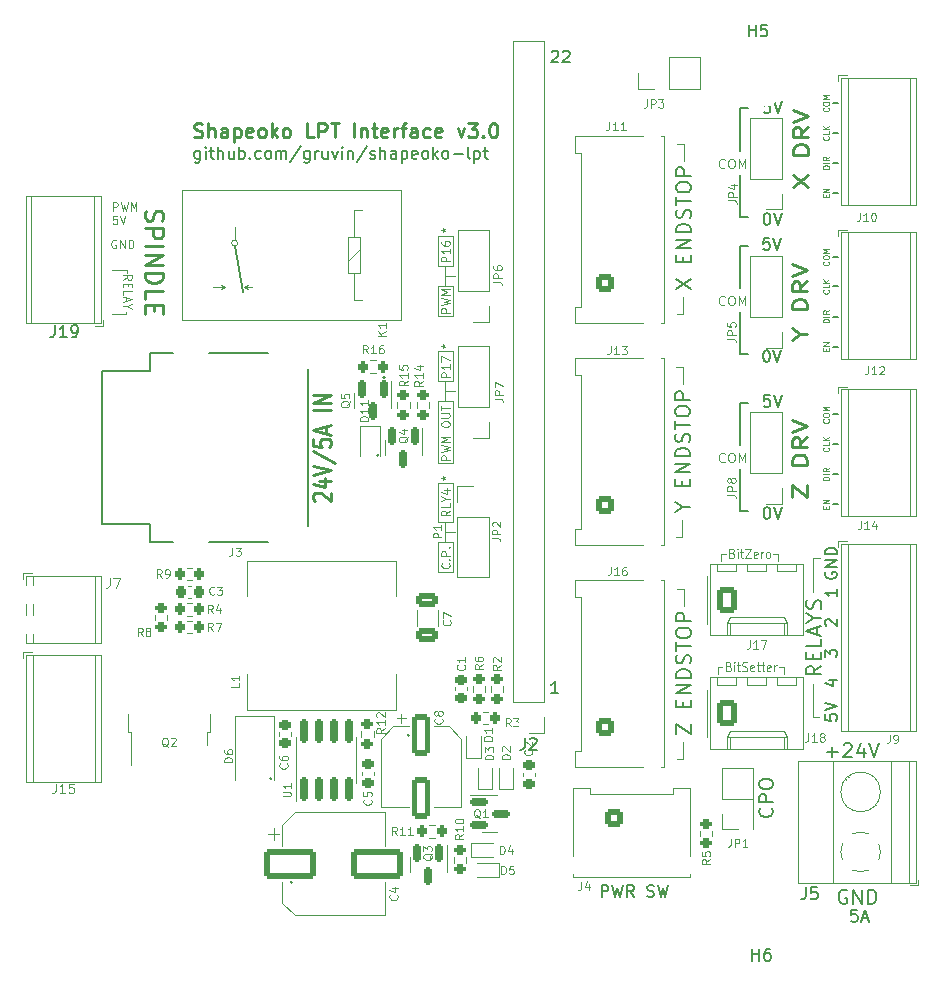
<source format=gbr>
%TF.GenerationSoftware,KiCad,Pcbnew,(6.0.11-0)*%
%TF.CreationDate,2023-05-17T22:58:47+12:00*%
%TF.ProjectId,controller-lower-cut,636f6e74-726f-46c6-9c65-722d6c6f7765,3.2*%
%TF.SameCoordinates,PX1c9c380PY1312d00*%
%TF.FileFunction,Legend,Top*%
%TF.FilePolarity,Positive*%
%FSLAX46Y46*%
G04 Gerber Fmt 4.6, Leading zero omitted, Abs format (unit mm)*
G04 Created by KiCad (PCBNEW (6.0.11-0)) date 2023-05-17 22:58:47*
%MOMM*%
%LPD*%
G01*
G04 APERTURE LIST*
G04 Aperture macros list*
%AMRoundRect*
0 Rectangle with rounded corners*
0 $1 Rounding radius*
0 $2 $3 $4 $5 $6 $7 $8 $9 X,Y pos of 4 corners*
0 Add a 4 corners polygon primitive as box body*
4,1,4,$2,$3,$4,$5,$6,$7,$8,$9,$2,$3,0*
0 Add four circle primitives for the rounded corners*
1,1,$1+$1,$2,$3*
1,1,$1+$1,$4,$5*
1,1,$1+$1,$6,$7*
1,1,$1+$1,$8,$9*
0 Add four rect primitives between the rounded corners*
20,1,$1+$1,$2,$3,$4,$5,0*
20,1,$1+$1,$4,$5,$6,$7,0*
20,1,$1+$1,$6,$7,$8,$9,0*
20,1,$1+$1,$8,$9,$2,$3,0*%
G04 Aperture macros list end*
%ADD10C,0.100000*%
%ADD11C,0.150000*%
%ADD12C,0.080000*%
%ADD13C,0.200000*%
%ADD14C,0.125000*%
%ADD15C,0.250000*%
%ADD16C,0.180000*%
%ADD17C,0.120000*%
%ADD18C,0.127000*%
%ADD19R,2.900000X5.400000*%
%ADD20C,1.000000*%
%ADD21RoundRect,0.250001X0.499999X-0.499999X0.499999X0.499999X-0.499999X0.499999X-0.499999X-0.499999X0*%
%ADD22C,1.500000*%
%ADD23RoundRect,0.225000X0.250000X-0.225000X0.250000X0.225000X-0.250000X0.225000X-0.250000X-0.225000X0*%
%ADD24RoundRect,0.225000X-0.250000X0.225000X-0.250000X-0.225000X0.250000X-0.225000X0.250000X0.225000X0*%
%ADD25RoundRect,0.200000X-0.275000X0.200000X-0.275000X-0.200000X0.275000X-0.200000X0.275000X0.200000X0*%
%ADD26RoundRect,0.200000X0.275000X-0.200000X0.275000X0.200000X-0.275000X0.200000X-0.275000X-0.200000X0*%
%ADD27RoundRect,0.250000X-0.620000X-0.845000X0.620000X-0.845000X0.620000X0.845000X-0.620000X0.845000X0*%
%ADD28O,1.740000X2.190000*%
%ADD29R,2.600000X2.600000*%
%ADD30C,2.600000*%
%ADD31R,0.700000X0.600000*%
%ADD32RoundRect,0.250001X-0.499999X-0.499999X0.499999X-0.499999X0.499999X0.499999X-0.499999X0.499999X0*%
%ADD33C,5.500000*%
%ADD34R,1.700000X1.700000*%
%ADD35O,1.700000X1.700000*%
%ADD36R,2.200000X2.200000*%
%ADD37C,2.200000*%
%ADD38C,1.100000*%
%ADD39RoundRect,0.200000X-0.200000X-0.275000X0.200000X-0.275000X0.200000X0.275000X-0.200000X0.275000X0*%
%ADD40R,0.600000X0.700000*%
%ADD41RoundRect,0.150000X-0.150000X0.587500X-0.150000X-0.587500X0.150000X-0.587500X0.150000X0.587500X0*%
%ADD42R,1.200000X2.200000*%
%ADD43R,5.800000X6.400000*%
%ADD44RoundRect,0.250000X-1.950000X-1.000000X1.950000X-1.000000X1.950000X1.000000X-1.950000X1.000000X0*%
%ADD45C,2.300000*%
%ADD46R,2.300000X2.300000*%
%ADD47C,1.700000*%
%ADD48O,3.200000X1.600000*%
%ADD49O,1.750000X3.500000*%
%ADD50RoundRect,0.250000X-0.550000X1.500000X-0.550000X-1.500000X0.550000X-1.500000X0.550000X1.500000X0*%
%ADD51RoundRect,0.250000X-0.650000X0.325000X-0.650000X-0.325000X0.650000X-0.325000X0.650000X0.325000X0*%
%ADD52R,0.450000X0.600000*%
%ADD53RoundRect,0.200000X0.200000X0.275000X-0.200000X0.275000X-0.200000X-0.275000X0.200000X-0.275000X0*%
%ADD54RoundRect,0.150000X0.150000X-0.825000X0.150000X0.825000X-0.150000X0.825000X-0.150000X-0.825000X0*%
%ADD55RoundRect,0.225000X0.225000X0.250000X-0.225000X0.250000X-0.225000X-0.250000X0.225000X-0.250000X0*%
%ADD56RoundRect,0.150000X-0.587500X-0.150000X0.587500X-0.150000X0.587500X0.150000X-0.587500X0.150000X0*%
%ADD57R,1.800000X2.500000*%
G04 APERTURE END LIST*
D10*
X63225000Y-19800000D02*
X63225000Y-21250000D01*
X42400000Y-30100000D02*
X43700000Y-30100000D01*
X43700000Y-30100000D02*
X43700000Y-27550000D01*
X43700000Y-27550000D02*
X42400000Y-27550000D01*
X42400000Y-27550000D02*
X42400000Y-30100000D01*
D11*
X76250000Y-50309231D02*
X75850000Y-50309231D01*
X67977228Y-37600000D02*
X68677228Y-37600000D01*
D10*
X71300000Y-64092893D02*
X71700000Y-64092893D01*
D11*
X68000000Y-25992893D02*
X68000000Y-22392893D01*
X76250000Y-47759231D02*
X75850000Y-47759231D01*
X68000000Y-50900000D02*
X68700000Y-50900000D01*
X76250000Y-16336711D02*
X75850000Y-16336711D01*
X67977228Y-37600000D02*
X67977228Y-34000000D01*
D10*
X42400000Y-46850000D02*
X43700000Y-46850000D01*
X43700000Y-46850000D02*
X43700000Y-41600000D01*
X43700000Y-41600000D02*
X42400000Y-41600000D01*
X42400000Y-41600000D02*
X42400000Y-46850000D01*
X43050000Y-31800000D02*
X43050000Y-30950000D01*
D11*
X76250000Y-45200000D02*
X75850000Y-45200000D01*
D10*
X43850000Y-52675000D02*
X43050000Y-52675000D01*
D11*
X76250000Y-29350091D02*
X75850000Y-29350091D01*
D10*
X74765000Y-54850000D02*
X74200000Y-54850000D01*
X71200000Y-55092893D02*
X71200000Y-54492893D01*
D11*
X67977228Y-32000000D02*
X67977228Y-28400000D01*
D10*
X43050000Y-52675000D02*
X43050000Y-51825000D01*
X63200000Y-34200000D02*
X62650000Y-34200000D01*
D11*
X68000000Y-20392893D02*
X68000000Y-16792893D01*
D10*
X43850000Y-30950000D02*
X43050000Y-30950000D01*
X66100000Y-64092893D02*
X66500000Y-64092893D01*
D11*
X76250000Y-36959150D02*
X75850000Y-36959150D01*
D10*
X42400000Y-51825000D02*
X43700000Y-51825000D01*
X43700000Y-51825000D02*
X43700000Y-48475000D01*
X43700000Y-48475000D02*
X42400000Y-48475000D01*
X42400000Y-48475000D02*
X42400000Y-51825000D01*
X63225000Y-57475000D02*
X62675000Y-57475000D01*
X16000000Y-34200001D02*
X16000000Y-34000000D01*
D11*
X76250000Y-21395770D02*
X75850000Y-21395770D01*
D10*
X63125000Y-51650000D02*
X63125000Y-53100000D01*
X70800000Y-54492893D02*
X71200000Y-54492893D01*
X63200000Y-70450000D02*
X63200000Y-71900000D01*
X63200000Y-71900000D02*
X62650000Y-71900000D01*
X14800000Y-34200000D02*
X16000000Y-34200001D01*
X42400000Y-34350000D02*
X43700000Y-34350000D01*
X43700000Y-34350000D02*
X43700000Y-31800000D01*
X43700000Y-31800000D02*
X42400000Y-31800000D01*
X42400000Y-31800000D02*
X42400000Y-34350000D01*
X14800000Y-30500001D02*
X16100000Y-30500000D01*
D11*
X68000000Y-45300000D02*
X68000000Y-41700000D01*
D10*
X42400000Y-56075000D02*
X43700000Y-56075000D01*
X43700000Y-56075000D02*
X43700000Y-53525000D01*
X43700000Y-53525000D02*
X42400000Y-53525000D01*
X42400000Y-53525000D02*
X42400000Y-56075000D01*
D11*
X76250000Y-18836539D02*
X75850000Y-18836539D01*
X68000000Y-41700000D02*
X68700000Y-41700000D01*
D10*
X66100000Y-64692893D02*
X66100000Y-64092893D01*
X74180000Y-65542893D02*
X74180000Y-68300000D01*
D11*
X68000000Y-16792893D02*
X68700000Y-16792893D01*
D10*
X63225000Y-57500000D02*
X63225000Y-58950000D01*
X66400000Y-55092893D02*
X66400000Y-54492893D01*
D11*
X76250000Y-31849919D02*
X75850000Y-31849919D01*
D10*
X42400000Y-39900000D02*
X43700000Y-39900000D01*
X43700000Y-39900000D02*
X43700000Y-37350000D01*
X43700000Y-37350000D02*
X42400000Y-37350000D01*
X42400000Y-37350000D02*
X42400000Y-39900000D01*
X63200000Y-32750000D02*
X63200000Y-34200000D01*
X74200000Y-54850000D02*
X74200000Y-57750000D01*
X66400000Y-54492893D02*
X66800000Y-54492893D01*
X63225000Y-19775000D02*
X62675000Y-19775000D01*
X71700000Y-64692893D02*
X71700000Y-64092893D01*
D11*
X68000000Y-25992893D02*
X68700000Y-25992893D01*
D10*
X63150000Y-38675000D02*
X62600000Y-38675000D01*
X43850000Y-40750000D02*
X43050000Y-40750000D01*
X16100000Y-30500000D02*
X16100000Y-30700000D01*
X63150000Y-38700000D02*
X63150000Y-40150000D01*
X43050000Y-30950000D02*
X43050000Y-30100000D01*
D11*
X67977228Y-28400000D02*
X68677228Y-28400000D01*
X76250000Y-23945770D02*
X75850000Y-23945770D01*
X68000000Y-50900000D02*
X68000000Y-47300000D01*
X76250000Y-34409150D02*
X75850000Y-34409150D01*
D10*
X43050000Y-53525000D02*
X43050000Y-52675000D01*
X43050000Y-40750000D02*
X43050000Y-39900000D01*
D11*
X76250000Y-42700172D02*
X75850000Y-42700172D01*
D10*
X43050000Y-41600000D02*
X43050000Y-40750000D01*
X74720000Y-68300000D02*
X74180000Y-68300000D01*
X63125000Y-53100000D02*
X62575000Y-53100000D01*
D12*
X75478571Y-32156769D02*
X75502380Y-32180578D01*
X75526190Y-32252007D01*
X75526190Y-32299626D01*
X75502380Y-32371054D01*
X75454761Y-32418673D01*
X75407142Y-32442483D01*
X75311904Y-32466292D01*
X75240476Y-32466292D01*
X75145238Y-32442483D01*
X75097619Y-32418673D01*
X75050000Y-32371054D01*
X75026190Y-32299626D01*
X75026190Y-32252007D01*
X75050000Y-32180578D01*
X75073809Y-32156769D01*
X75526190Y-31704388D02*
X75526190Y-31942483D01*
X75026190Y-31942483D01*
X75526190Y-31537721D02*
X75026190Y-31537721D01*
X75526190Y-31252007D02*
X75240476Y-31466292D01*
X75026190Y-31252007D02*
X75311904Y-31537721D01*
X75264285Y-37328197D02*
X75264285Y-37161530D01*
X75526190Y-37090102D02*
X75526190Y-37328197D01*
X75026190Y-37328197D01*
X75026190Y-37090102D01*
X75526190Y-36875816D02*
X75026190Y-36875816D01*
X75526190Y-36590102D01*
X75026190Y-36590102D01*
X14918666Y-25453166D02*
X14918666Y-24753166D01*
X15185333Y-24753166D01*
X15252000Y-24786500D01*
X15285333Y-24819833D01*
X15318666Y-24886500D01*
X15318666Y-24986500D01*
X15285333Y-25053166D01*
X15252000Y-25086500D01*
X15185333Y-25119833D01*
X14918666Y-25119833D01*
X15552000Y-24753166D02*
X15718666Y-25453166D01*
X15852000Y-24953166D01*
X15985333Y-25453166D01*
X16152000Y-24753166D01*
X16418666Y-25453166D02*
X16418666Y-24753166D01*
X16652000Y-25253166D01*
X16885333Y-24753166D01*
X16885333Y-25453166D01*
X15252000Y-25880166D02*
X14918666Y-25880166D01*
X14885333Y-26213500D01*
X14918666Y-26180166D01*
X14985333Y-26146833D01*
X15152000Y-26146833D01*
X15218666Y-26180166D01*
X15252000Y-26213500D01*
X15285333Y-26280166D01*
X15285333Y-26446833D01*
X15252000Y-26513500D01*
X15218666Y-26546833D01*
X15152000Y-26580166D01*
X14985333Y-26580166D01*
X14918666Y-26546833D01*
X14885333Y-26513500D01*
X15485333Y-25880166D02*
X15718666Y-26580166D01*
X15952000Y-25880166D01*
D13*
X74874523Y-63981702D02*
X74269761Y-64405035D01*
X74874523Y-64707416D02*
X73604523Y-64707416D01*
X73604523Y-64223607D01*
X73665000Y-64102654D01*
X73725476Y-64042178D01*
X73846428Y-63981702D01*
X74027857Y-63981702D01*
X74148809Y-64042178D01*
X74209285Y-64102654D01*
X74269761Y-64223607D01*
X74269761Y-64707416D01*
X74209285Y-63437416D02*
X74209285Y-63014083D01*
X74874523Y-62832654D02*
X74874523Y-63437416D01*
X73604523Y-63437416D01*
X73604523Y-62832654D01*
X74874523Y-61683607D02*
X74874523Y-62288369D01*
X73604523Y-62288369D01*
X74511666Y-61320750D02*
X74511666Y-60715988D01*
X74874523Y-61441702D02*
X73604523Y-61018369D01*
X74874523Y-60595035D01*
X74269761Y-59929797D02*
X74874523Y-59929797D01*
X73604523Y-60353131D02*
X74269761Y-59929797D01*
X73604523Y-59506464D01*
X74814047Y-59143607D02*
X74874523Y-58962178D01*
X74874523Y-58659797D01*
X74814047Y-58538845D01*
X74753571Y-58478369D01*
X74632619Y-58417893D01*
X74511666Y-58417893D01*
X74390714Y-58478369D01*
X74330238Y-58538845D01*
X74269761Y-58659797D01*
X74209285Y-58901702D01*
X74148809Y-59022654D01*
X74088333Y-59083131D01*
X73967380Y-59143607D01*
X73846428Y-59143607D01*
X73725476Y-59083131D01*
X73665000Y-59022654D01*
X73604523Y-58901702D01*
X73604523Y-58599321D01*
X73665000Y-58417893D01*
D11*
X22264166Y-20378607D02*
X22264166Y-21188131D01*
X22216547Y-21283369D01*
X22168928Y-21330988D01*
X22073690Y-21378607D01*
X21930833Y-21378607D01*
X21835595Y-21330988D01*
X22264166Y-20997654D02*
X22168928Y-21045273D01*
X21978452Y-21045273D01*
X21883214Y-20997654D01*
X21835595Y-20950035D01*
X21787976Y-20854797D01*
X21787976Y-20569083D01*
X21835595Y-20473845D01*
X21883214Y-20426226D01*
X21978452Y-20378607D01*
X22168928Y-20378607D01*
X22264166Y-20426226D01*
X22740357Y-21045273D02*
X22740357Y-20378607D01*
X22740357Y-20045273D02*
X22692738Y-20092893D01*
X22740357Y-20140512D01*
X22787976Y-20092893D01*
X22740357Y-20045273D01*
X22740357Y-20140512D01*
X23073690Y-20378607D02*
X23454642Y-20378607D01*
X23216547Y-20045273D02*
X23216547Y-20902416D01*
X23264166Y-20997654D01*
X23359404Y-21045273D01*
X23454642Y-21045273D01*
X23787976Y-21045273D02*
X23787976Y-20045273D01*
X24216547Y-21045273D02*
X24216547Y-20521464D01*
X24168928Y-20426226D01*
X24073690Y-20378607D01*
X23930833Y-20378607D01*
X23835595Y-20426226D01*
X23787976Y-20473845D01*
X25121309Y-20378607D02*
X25121309Y-21045273D01*
X24692738Y-20378607D02*
X24692738Y-20902416D01*
X24740357Y-20997654D01*
X24835595Y-21045273D01*
X24978452Y-21045273D01*
X25073690Y-20997654D01*
X25121309Y-20950035D01*
X25597500Y-21045273D02*
X25597500Y-20045273D01*
X25597500Y-20426226D02*
X25692738Y-20378607D01*
X25883214Y-20378607D01*
X25978452Y-20426226D01*
X26026071Y-20473845D01*
X26073690Y-20569083D01*
X26073690Y-20854797D01*
X26026071Y-20950035D01*
X25978452Y-20997654D01*
X25883214Y-21045273D01*
X25692738Y-21045273D01*
X25597500Y-20997654D01*
X26502261Y-20950035D02*
X26549880Y-20997654D01*
X26502261Y-21045273D01*
X26454642Y-20997654D01*
X26502261Y-20950035D01*
X26502261Y-21045273D01*
X27407023Y-20997654D02*
X27311785Y-21045273D01*
X27121309Y-21045273D01*
X27026071Y-20997654D01*
X26978452Y-20950035D01*
X26930833Y-20854797D01*
X26930833Y-20569083D01*
X26978452Y-20473845D01*
X27026071Y-20426226D01*
X27121309Y-20378607D01*
X27311785Y-20378607D01*
X27407023Y-20426226D01*
X27978452Y-21045273D02*
X27883214Y-20997654D01*
X27835595Y-20950035D01*
X27787976Y-20854797D01*
X27787976Y-20569083D01*
X27835595Y-20473845D01*
X27883214Y-20426226D01*
X27978452Y-20378607D01*
X28121309Y-20378607D01*
X28216547Y-20426226D01*
X28264166Y-20473845D01*
X28311785Y-20569083D01*
X28311785Y-20854797D01*
X28264166Y-20950035D01*
X28216547Y-20997654D01*
X28121309Y-21045273D01*
X27978452Y-21045273D01*
X28740357Y-21045273D02*
X28740357Y-20378607D01*
X28740357Y-20473845D02*
X28787976Y-20426226D01*
X28883214Y-20378607D01*
X29026071Y-20378607D01*
X29121309Y-20426226D01*
X29168928Y-20521464D01*
X29168928Y-21045273D01*
X29168928Y-20521464D02*
X29216547Y-20426226D01*
X29311785Y-20378607D01*
X29454642Y-20378607D01*
X29549880Y-20426226D01*
X29597500Y-20521464D01*
X29597500Y-21045273D01*
X30787976Y-19997654D02*
X29930833Y-21283369D01*
X31549880Y-20378607D02*
X31549880Y-21188131D01*
X31502261Y-21283369D01*
X31454642Y-21330988D01*
X31359404Y-21378607D01*
X31216547Y-21378607D01*
X31121309Y-21330988D01*
X31549880Y-20997654D02*
X31454642Y-21045273D01*
X31264166Y-21045273D01*
X31168928Y-20997654D01*
X31121309Y-20950035D01*
X31073690Y-20854797D01*
X31073690Y-20569083D01*
X31121309Y-20473845D01*
X31168928Y-20426226D01*
X31264166Y-20378607D01*
X31454642Y-20378607D01*
X31549880Y-20426226D01*
X32026071Y-21045273D02*
X32026071Y-20378607D01*
X32026071Y-20569083D02*
X32073690Y-20473845D01*
X32121309Y-20426226D01*
X32216547Y-20378607D01*
X32311785Y-20378607D01*
X33073690Y-20378607D02*
X33073690Y-21045273D01*
X32645119Y-20378607D02*
X32645119Y-20902416D01*
X32692738Y-20997654D01*
X32787976Y-21045273D01*
X32930833Y-21045273D01*
X33026071Y-20997654D01*
X33073690Y-20950035D01*
X33454642Y-20378607D02*
X33692738Y-21045273D01*
X33930833Y-20378607D01*
X34311785Y-21045273D02*
X34311785Y-20378607D01*
X34311785Y-20045273D02*
X34264166Y-20092893D01*
X34311785Y-20140512D01*
X34359404Y-20092893D01*
X34311785Y-20045273D01*
X34311785Y-20140512D01*
X34787976Y-20378607D02*
X34787976Y-21045273D01*
X34787976Y-20473845D02*
X34835595Y-20426226D01*
X34930833Y-20378607D01*
X35073690Y-20378607D01*
X35168928Y-20426226D01*
X35216547Y-20521464D01*
X35216547Y-21045273D01*
X36407023Y-19997654D02*
X35549880Y-21283369D01*
X36692738Y-20997654D02*
X36787976Y-21045273D01*
X36978452Y-21045273D01*
X37073690Y-20997654D01*
X37121309Y-20902416D01*
X37121309Y-20854797D01*
X37073690Y-20759559D01*
X36978452Y-20711940D01*
X36835595Y-20711940D01*
X36740357Y-20664321D01*
X36692738Y-20569083D01*
X36692738Y-20521464D01*
X36740357Y-20426226D01*
X36835595Y-20378607D01*
X36978452Y-20378607D01*
X37073690Y-20426226D01*
X37549880Y-21045273D02*
X37549880Y-20045273D01*
X37978452Y-21045273D02*
X37978452Y-20521464D01*
X37930833Y-20426226D01*
X37835595Y-20378607D01*
X37692738Y-20378607D01*
X37597500Y-20426226D01*
X37549880Y-20473845D01*
X38883214Y-21045273D02*
X38883214Y-20521464D01*
X38835595Y-20426226D01*
X38740357Y-20378607D01*
X38549880Y-20378607D01*
X38454642Y-20426226D01*
X38883214Y-20997654D02*
X38787976Y-21045273D01*
X38549880Y-21045273D01*
X38454642Y-20997654D01*
X38407023Y-20902416D01*
X38407023Y-20807178D01*
X38454642Y-20711940D01*
X38549880Y-20664321D01*
X38787976Y-20664321D01*
X38883214Y-20616702D01*
X39359404Y-20378607D02*
X39359404Y-21378607D01*
X39359404Y-20426226D02*
X39454642Y-20378607D01*
X39645119Y-20378607D01*
X39740357Y-20426226D01*
X39787976Y-20473845D01*
X39835595Y-20569083D01*
X39835595Y-20854797D01*
X39787976Y-20950035D01*
X39740357Y-20997654D01*
X39645119Y-21045273D01*
X39454642Y-21045273D01*
X39359404Y-20997654D01*
X40645119Y-20997654D02*
X40549880Y-21045273D01*
X40359404Y-21045273D01*
X40264166Y-20997654D01*
X40216547Y-20902416D01*
X40216547Y-20521464D01*
X40264166Y-20426226D01*
X40359404Y-20378607D01*
X40549880Y-20378607D01*
X40645119Y-20426226D01*
X40692738Y-20521464D01*
X40692738Y-20616702D01*
X40216547Y-20711940D01*
X41264166Y-21045273D02*
X41168928Y-20997654D01*
X41121309Y-20950035D01*
X41073690Y-20854797D01*
X41073690Y-20569083D01*
X41121309Y-20473845D01*
X41168928Y-20426226D01*
X41264166Y-20378607D01*
X41407023Y-20378607D01*
X41502261Y-20426226D01*
X41549880Y-20473845D01*
X41597500Y-20569083D01*
X41597500Y-20854797D01*
X41549880Y-20950035D01*
X41502261Y-20997654D01*
X41407023Y-21045273D01*
X41264166Y-21045273D01*
X42026071Y-21045273D02*
X42026071Y-20045273D01*
X42121309Y-20664321D02*
X42407023Y-21045273D01*
X42407023Y-20378607D02*
X42026071Y-20759559D01*
X42978452Y-21045273D02*
X42883214Y-20997654D01*
X42835595Y-20950035D01*
X42787976Y-20854797D01*
X42787976Y-20569083D01*
X42835595Y-20473845D01*
X42883214Y-20426226D01*
X42978452Y-20378607D01*
X43121309Y-20378607D01*
X43216547Y-20426226D01*
X43264166Y-20473845D01*
X43311785Y-20569083D01*
X43311785Y-20854797D01*
X43264166Y-20950035D01*
X43216547Y-20997654D01*
X43121309Y-21045273D01*
X42978452Y-21045273D01*
X43740357Y-20664321D02*
X44502261Y-20664321D01*
X45121309Y-21045273D02*
X45026071Y-20997654D01*
X44978452Y-20902416D01*
X44978452Y-20045273D01*
X45502261Y-20378607D02*
X45502261Y-21378607D01*
X45502261Y-20426226D02*
X45597499Y-20378607D01*
X45787976Y-20378607D01*
X45883214Y-20426226D01*
X45930833Y-20473845D01*
X45978452Y-20569083D01*
X45978452Y-20854797D01*
X45930833Y-20950035D01*
X45883214Y-20997654D01*
X45787976Y-21045273D01*
X45597499Y-21045273D01*
X45502261Y-20997654D01*
X46264166Y-20378607D02*
X46645119Y-20378607D01*
X46407023Y-20045273D02*
X46407023Y-20902416D01*
X46454642Y-20997654D01*
X46549880Y-21045273D01*
X46645119Y-21045273D01*
D10*
X43350000Y-55287666D02*
X43383333Y-55321000D01*
X43416666Y-55421000D01*
X43416666Y-55487666D01*
X43383333Y-55587666D01*
X43316666Y-55654333D01*
X43250000Y-55687666D01*
X43116666Y-55721000D01*
X43016666Y-55721000D01*
X42883333Y-55687666D01*
X42816666Y-55654333D01*
X42750000Y-55587666D01*
X42716666Y-55487666D01*
X42716666Y-55421000D01*
X42750000Y-55321000D01*
X42783333Y-55287666D01*
X43350000Y-54987666D02*
X43383333Y-54954333D01*
X43416666Y-54987666D01*
X43383333Y-55021000D01*
X43350000Y-54987666D01*
X43416666Y-54987666D01*
X43416666Y-54654333D02*
X42716666Y-54654333D01*
X42716666Y-54387666D01*
X42750000Y-54321000D01*
X42783333Y-54287666D01*
X42850000Y-54254333D01*
X42950000Y-54254333D01*
X43016666Y-54287666D01*
X43050000Y-54321000D01*
X43083333Y-54387666D01*
X43083333Y-54654333D01*
X43350000Y-53954333D02*
X43383333Y-53921000D01*
X43416666Y-53954333D01*
X43383333Y-53987666D01*
X43350000Y-53954333D01*
X43416666Y-53954333D01*
D11*
X70223809Y-25645273D02*
X70319047Y-25645273D01*
X70414285Y-25692893D01*
X70461904Y-25740512D01*
X70509523Y-25835750D01*
X70557142Y-26026226D01*
X70557142Y-26264321D01*
X70509523Y-26454797D01*
X70461904Y-26550035D01*
X70414285Y-26597654D01*
X70319047Y-26645273D01*
X70223809Y-26645273D01*
X70128571Y-26597654D01*
X70080952Y-26550035D01*
X70033333Y-26454797D01*
X69985714Y-26264321D01*
X69985714Y-26026226D01*
X70033333Y-25835750D01*
X70080952Y-25740512D01*
X70128571Y-25692893D01*
X70223809Y-25645273D01*
X70842857Y-25645273D02*
X71176190Y-26645273D01*
X71509523Y-25645273D01*
X70223809Y-50552380D02*
X70319047Y-50552380D01*
X70414285Y-50600000D01*
X70461904Y-50647619D01*
X70509523Y-50742857D01*
X70557142Y-50933333D01*
X70557142Y-51171428D01*
X70509523Y-51361904D01*
X70461904Y-51457142D01*
X70414285Y-51504761D01*
X70319047Y-51552380D01*
X70223809Y-51552380D01*
X70128571Y-51504761D01*
X70080952Y-51457142D01*
X70033333Y-51361904D01*
X69985714Y-51171428D01*
X69985714Y-50933333D01*
X70033333Y-50742857D01*
X70080952Y-50647619D01*
X70128571Y-50600000D01*
X70223809Y-50552380D01*
X70842857Y-50552380D02*
X71176190Y-51552380D01*
X71509523Y-50552380D01*
D12*
X15166666Y-27950000D02*
X15100000Y-27916666D01*
X15000000Y-27916666D01*
X14900000Y-27950000D01*
X14833333Y-28016666D01*
X14800000Y-28083333D01*
X14766666Y-28216666D01*
X14766666Y-28316666D01*
X14800000Y-28450000D01*
X14833333Y-28516666D01*
X14900000Y-28583333D01*
X15000000Y-28616666D01*
X15066666Y-28616666D01*
X15166666Y-28583333D01*
X15200000Y-28550000D01*
X15200000Y-28316666D01*
X15066666Y-28316666D01*
X15500000Y-28616666D02*
X15500000Y-27916666D01*
X15900000Y-28616666D01*
X15900000Y-27916666D01*
X16233333Y-28616666D02*
X16233333Y-27916666D01*
X16400000Y-27916666D01*
X16500000Y-27950000D01*
X16566666Y-28016666D01*
X16600000Y-28083333D01*
X16633333Y-28216666D01*
X16633333Y-28316666D01*
X16600000Y-28450000D01*
X16566666Y-28516666D01*
X16500000Y-28583333D01*
X16400000Y-28616666D01*
X16233333Y-28616666D01*
X75478571Y-45506850D02*
X75502380Y-45530659D01*
X75526190Y-45602088D01*
X75526190Y-45649707D01*
X75502380Y-45721135D01*
X75454761Y-45768754D01*
X75407142Y-45792564D01*
X75311904Y-45816373D01*
X75240476Y-45816373D01*
X75145238Y-45792564D01*
X75097619Y-45768754D01*
X75050000Y-45721135D01*
X75026190Y-45649707D01*
X75026190Y-45602088D01*
X75050000Y-45530659D01*
X75073809Y-45506850D01*
X75526190Y-45054469D02*
X75526190Y-45292564D01*
X75026190Y-45292564D01*
X75526190Y-44887802D02*
X75026190Y-44887802D01*
X75526190Y-44602088D02*
X75240476Y-44816373D01*
X75026190Y-44602088D02*
X75311904Y-44887802D01*
D10*
X43416666Y-50833333D02*
X43083333Y-51066666D01*
X43416666Y-51233333D02*
X42716666Y-51233333D01*
X42716666Y-50966666D01*
X42750000Y-50900000D01*
X42783333Y-50866666D01*
X42850000Y-50833333D01*
X42950000Y-50833333D01*
X43016666Y-50866666D01*
X43050000Y-50900000D01*
X43083333Y-50966666D01*
X43083333Y-51233333D01*
X43416666Y-50200000D02*
X43416666Y-50533333D01*
X42716666Y-50533333D01*
X43083333Y-49833333D02*
X43416666Y-49833333D01*
X42716666Y-50066666D02*
X43083333Y-49833333D01*
X42716666Y-49600000D01*
X42950000Y-49066666D02*
X43416666Y-49066666D01*
X42683333Y-49233333D02*
X43183333Y-49400000D01*
X43183333Y-48966666D01*
X42716666Y-48066666D02*
X42883333Y-48066666D01*
X42816666Y-48233333D02*
X42883333Y-48066666D01*
X42816666Y-47900000D01*
X43016666Y-48166666D02*
X42883333Y-48066666D01*
X43016666Y-47966666D01*
D12*
X75478571Y-16738627D02*
X75502380Y-16762436D01*
X75526190Y-16833865D01*
X75526190Y-16881484D01*
X75502380Y-16952912D01*
X75454761Y-17000531D01*
X75407142Y-17024341D01*
X75311904Y-17048150D01*
X75240476Y-17048150D01*
X75145238Y-17024341D01*
X75097619Y-17000531D01*
X75050000Y-16952912D01*
X75026190Y-16881484D01*
X75026190Y-16833865D01*
X75050000Y-16762436D01*
X75073809Y-16738627D01*
X75026190Y-16429103D02*
X75026190Y-16333865D01*
X75050000Y-16286246D01*
X75097619Y-16238627D01*
X75192857Y-16214817D01*
X75359523Y-16214817D01*
X75454761Y-16238627D01*
X75502380Y-16286246D01*
X75526190Y-16333865D01*
X75526190Y-16429103D01*
X75502380Y-16476722D01*
X75454761Y-16524341D01*
X75359523Y-16548150D01*
X75192857Y-16548150D01*
X75097619Y-16524341D01*
X75050000Y-16476722D01*
X75026190Y-16429103D01*
X75526190Y-16000531D02*
X75026190Y-16000531D01*
X75383333Y-15833865D01*
X75026190Y-15667198D01*
X75526190Y-15667198D01*
D11*
X76202380Y-57514285D02*
X76202380Y-58085714D01*
X76202380Y-57800000D02*
X75202380Y-57800000D01*
X75345238Y-57895238D01*
X75440476Y-57990476D01*
X75488095Y-58085714D01*
D14*
X67033333Y-64035750D02*
X67133333Y-64073845D01*
X67166666Y-64111940D01*
X67200000Y-64188131D01*
X67200000Y-64302416D01*
X67166666Y-64378607D01*
X67133333Y-64416702D01*
X67066666Y-64454797D01*
X66800000Y-64454797D01*
X66800000Y-63654797D01*
X67033333Y-63654797D01*
X67100000Y-63692893D01*
X67133333Y-63730988D01*
X67166666Y-63807178D01*
X67166666Y-63883369D01*
X67133333Y-63959559D01*
X67100000Y-63997654D01*
X67033333Y-64035750D01*
X66800000Y-64035750D01*
X67500000Y-64454797D02*
X67500000Y-63921464D01*
X67500000Y-63654797D02*
X67466666Y-63692893D01*
X67500000Y-63730988D01*
X67533333Y-63692893D01*
X67500000Y-63654797D01*
X67500000Y-63730988D01*
X67733333Y-63921464D02*
X68000000Y-63921464D01*
X67833333Y-63654797D02*
X67833333Y-64340512D01*
X67866666Y-64416702D01*
X67933333Y-64454797D01*
X68000000Y-64454797D01*
X68200000Y-64416702D02*
X68300000Y-64454797D01*
X68466666Y-64454797D01*
X68533333Y-64416702D01*
X68566666Y-64378607D01*
X68600000Y-64302416D01*
X68600000Y-64226226D01*
X68566666Y-64150035D01*
X68533333Y-64111940D01*
X68466666Y-64073845D01*
X68333333Y-64035750D01*
X68266666Y-63997654D01*
X68233333Y-63959559D01*
X68200000Y-63883369D01*
X68200000Y-63807178D01*
X68233333Y-63730988D01*
X68266666Y-63692893D01*
X68333333Y-63654797D01*
X68500000Y-63654797D01*
X68600000Y-63692893D01*
X69166666Y-64416702D02*
X69100000Y-64454797D01*
X68966666Y-64454797D01*
X68900000Y-64416702D01*
X68866666Y-64340512D01*
X68866666Y-64035750D01*
X68900000Y-63959559D01*
X68966666Y-63921464D01*
X69100000Y-63921464D01*
X69166666Y-63959559D01*
X69200000Y-64035750D01*
X69200000Y-64111940D01*
X68866666Y-64188131D01*
X69400000Y-63921464D02*
X69666666Y-63921464D01*
X69500000Y-63654797D02*
X69500000Y-64340512D01*
X69533333Y-64416702D01*
X69600000Y-64454797D01*
X69666666Y-64454797D01*
X69800000Y-63921464D02*
X70066666Y-63921464D01*
X69900000Y-63654797D02*
X69900000Y-64340512D01*
X69933333Y-64416702D01*
X70000000Y-64454797D01*
X70066666Y-64454797D01*
X70566666Y-64416702D02*
X70500000Y-64454797D01*
X70366666Y-64454797D01*
X70300000Y-64416702D01*
X70266666Y-64340512D01*
X70266666Y-64035750D01*
X70300000Y-63959559D01*
X70366666Y-63921464D01*
X70500000Y-63921464D01*
X70566666Y-63959559D01*
X70600000Y-64035750D01*
X70600000Y-64111940D01*
X70266666Y-64188131D01*
X70900000Y-64454797D02*
X70900000Y-63921464D01*
X70900000Y-64073845D02*
X70933333Y-63997654D01*
X70966666Y-63959559D01*
X71033333Y-63921464D01*
X71100000Y-63921464D01*
D11*
X70486751Y-27752380D02*
X70010561Y-27752380D01*
X69962942Y-28228571D01*
X70010561Y-28180952D01*
X70105799Y-28133333D01*
X70343894Y-28133333D01*
X70439132Y-28180952D01*
X70486751Y-28228571D01*
X70534370Y-28323809D01*
X70534370Y-28561904D01*
X70486751Y-28657142D01*
X70439132Y-28704761D01*
X70343894Y-28752380D01*
X70105799Y-28752380D01*
X70010561Y-28704761D01*
X69962942Y-28657142D01*
X70820085Y-27752380D02*
X71153418Y-28752380D01*
X71486751Y-27752380D01*
D12*
X15783333Y-31316666D02*
X16116666Y-31083333D01*
X15783333Y-30916666D02*
X16483333Y-30916666D01*
X16483333Y-31183333D01*
X16450000Y-31250000D01*
X16416666Y-31283333D01*
X16350000Y-31316666D01*
X16250000Y-31316666D01*
X16183333Y-31283333D01*
X16150000Y-31250000D01*
X16116666Y-31183333D01*
X16116666Y-30916666D01*
X16150000Y-31616666D02*
X16150000Y-31850000D01*
X15783333Y-31950000D02*
X15783333Y-31616666D01*
X16483333Y-31616666D01*
X16483333Y-31950000D01*
X15783333Y-32583333D02*
X15783333Y-32250000D01*
X16483333Y-32250000D01*
X15983333Y-32783333D02*
X15983333Y-33116666D01*
X15783333Y-32716666D02*
X16483333Y-32950000D01*
X15783333Y-33183333D01*
X16116666Y-33550000D02*
X15783333Y-33550000D01*
X16483333Y-33316666D02*
X16116666Y-33550000D01*
X16483333Y-33783333D01*
X75526190Y-48259231D02*
X75026190Y-48259231D01*
X75026190Y-48140183D01*
X75050000Y-48068754D01*
X75097619Y-48021135D01*
X75145238Y-47997326D01*
X75240476Y-47973516D01*
X75311904Y-47973516D01*
X75407142Y-47997326D01*
X75454761Y-48021135D01*
X75502380Y-48068754D01*
X75526190Y-48140183D01*
X75526190Y-48259231D01*
X75526190Y-47759231D02*
X75026190Y-47759231D01*
X75526190Y-47235421D02*
X75288095Y-47402088D01*
X75526190Y-47521135D02*
X75026190Y-47521135D01*
X75026190Y-47330659D01*
X75050000Y-47283040D01*
X75073809Y-47259231D01*
X75121428Y-47235421D01*
X75192857Y-47235421D01*
X75240476Y-47259231D01*
X75264285Y-47283040D01*
X75288095Y-47330659D01*
X75288095Y-47521135D01*
D11*
X77907261Y-84645273D02*
X77431071Y-84645273D01*
X77383452Y-85121464D01*
X77431071Y-85073845D01*
X77526309Y-85026226D01*
X77764404Y-85026226D01*
X77859642Y-85073845D01*
X77907261Y-85121464D01*
X77954880Y-85216702D01*
X77954880Y-85454797D01*
X77907261Y-85550035D01*
X77859642Y-85597654D01*
X77764404Y-85645273D01*
X77526309Y-85645273D01*
X77431071Y-85597654D01*
X77383452Y-85550035D01*
X78335833Y-85359559D02*
X78812023Y-85359559D01*
X78240595Y-85645273D02*
X78573928Y-84645273D01*
X78907261Y-85645273D01*
D12*
X75478571Y-29752007D02*
X75502380Y-29775816D01*
X75526190Y-29847245D01*
X75526190Y-29894864D01*
X75502380Y-29966292D01*
X75454761Y-30013911D01*
X75407142Y-30037721D01*
X75311904Y-30061530D01*
X75240476Y-30061530D01*
X75145238Y-30037721D01*
X75097619Y-30013911D01*
X75050000Y-29966292D01*
X75026190Y-29894864D01*
X75026190Y-29847245D01*
X75050000Y-29775816D01*
X75073809Y-29752007D01*
X75026190Y-29442483D02*
X75026190Y-29347245D01*
X75050000Y-29299626D01*
X75097619Y-29252007D01*
X75192857Y-29228197D01*
X75359523Y-29228197D01*
X75454761Y-29252007D01*
X75502380Y-29299626D01*
X75526190Y-29347245D01*
X75526190Y-29442483D01*
X75502380Y-29490102D01*
X75454761Y-29537721D01*
X75359523Y-29561530D01*
X75192857Y-29561530D01*
X75097619Y-29537721D01*
X75050000Y-29490102D01*
X75026190Y-29442483D01*
X75526190Y-29013911D02*
X75026190Y-29013911D01*
X75383333Y-28847245D01*
X75026190Y-28680578D01*
X75526190Y-28680578D01*
D11*
X52038095Y-11990512D02*
X52085714Y-11942893D01*
X52180952Y-11895273D01*
X52419047Y-11895273D01*
X52514285Y-11942893D01*
X52561904Y-11990512D01*
X52609523Y-12085750D01*
X52609523Y-12180988D01*
X52561904Y-12323845D01*
X51990476Y-12895273D01*
X52609523Y-12895273D01*
X52990476Y-11990512D02*
X53038095Y-11942893D01*
X53133333Y-11895273D01*
X53371428Y-11895273D01*
X53466666Y-11942893D01*
X53514285Y-11990512D01*
X53561904Y-12085750D01*
X53561904Y-12180988D01*
X53514285Y-12323845D01*
X52942857Y-12895273D01*
X53561904Y-12895273D01*
D12*
X75526190Y-34909150D02*
X75026190Y-34909150D01*
X75026190Y-34790102D01*
X75050000Y-34718673D01*
X75097619Y-34671054D01*
X75145238Y-34647245D01*
X75240476Y-34623435D01*
X75311904Y-34623435D01*
X75407142Y-34647245D01*
X75454761Y-34671054D01*
X75502380Y-34718673D01*
X75526190Y-34790102D01*
X75526190Y-34909150D01*
X75526190Y-34409150D02*
X75026190Y-34409150D01*
X75526190Y-33885340D02*
X75288095Y-34052007D01*
X75526190Y-34171054D02*
X75026190Y-34171054D01*
X75026190Y-33980578D01*
X75050000Y-33932959D01*
X75073809Y-33909150D01*
X75121428Y-33885340D01*
X75192857Y-33885340D01*
X75240476Y-33909150D01*
X75264285Y-33932959D01*
X75288095Y-33980578D01*
X75288095Y-34171054D01*
D11*
X56288095Y-83545273D02*
X56288095Y-82545273D01*
X56669047Y-82545273D01*
X56764285Y-82592893D01*
X56811904Y-82640512D01*
X56859523Y-82735750D01*
X56859523Y-82878607D01*
X56811904Y-82973845D01*
X56764285Y-83021464D01*
X56669047Y-83069083D01*
X56288095Y-83069083D01*
X57192857Y-82545273D02*
X57430952Y-83545273D01*
X57621428Y-82830988D01*
X57811904Y-83545273D01*
X58050000Y-82545273D01*
X59002380Y-83545273D02*
X58669047Y-83069083D01*
X58430952Y-83545273D02*
X58430952Y-82545273D01*
X58811904Y-82545273D01*
X58907142Y-82592893D01*
X58954761Y-82640512D01*
X59002380Y-82735750D01*
X59002380Y-82878607D01*
X58954761Y-82973845D01*
X58907142Y-83021464D01*
X58811904Y-83069083D01*
X58430952Y-83069083D01*
X60145238Y-83497654D02*
X60288095Y-83545273D01*
X60526190Y-83545273D01*
X60621428Y-83497654D01*
X60669047Y-83450035D01*
X60716666Y-83354797D01*
X60716666Y-83259559D01*
X60669047Y-83164321D01*
X60621428Y-83116702D01*
X60526190Y-83069083D01*
X60335714Y-83021464D01*
X60240476Y-82973845D01*
X60192857Y-82926226D01*
X60145238Y-82830988D01*
X60145238Y-82735750D01*
X60192857Y-82640512D01*
X60240476Y-82592893D01*
X60335714Y-82545273D01*
X60573809Y-82545273D01*
X60716666Y-82592893D01*
X61050000Y-82545273D02*
X61288095Y-83545273D01*
X61478571Y-82830988D01*
X61669047Y-83545273D01*
X61907142Y-82545273D01*
D15*
X72404523Y-49670055D02*
X72404523Y-48670055D01*
X73674523Y-49670055D01*
X73674523Y-48670055D01*
X73674523Y-46955770D02*
X72404523Y-46955770D01*
X72404523Y-46598627D01*
X72465000Y-46384341D01*
X72585952Y-46241484D01*
X72706904Y-46170055D01*
X72948809Y-46098627D01*
X73130238Y-46098627D01*
X73372142Y-46170055D01*
X73493095Y-46241484D01*
X73614047Y-46384341D01*
X73674523Y-46598627D01*
X73674523Y-46955770D01*
X73674523Y-44598627D02*
X73069761Y-45098627D01*
X73674523Y-45455770D02*
X72404523Y-45455770D01*
X72404523Y-44884341D01*
X72465000Y-44741484D01*
X72525476Y-44670055D01*
X72646428Y-44598627D01*
X72827857Y-44598627D01*
X72948809Y-44670055D01*
X73009285Y-44741484D01*
X73069761Y-44884341D01*
X73069761Y-45455770D01*
X72404523Y-44170055D02*
X73674523Y-43670055D01*
X72404523Y-43170055D01*
D11*
X75202380Y-68090476D02*
X75202380Y-68566666D01*
X75678571Y-68614285D01*
X75630952Y-68566666D01*
X75583333Y-68471428D01*
X75583333Y-68233333D01*
X75630952Y-68138095D01*
X75678571Y-68090476D01*
X75773809Y-68042857D01*
X76011904Y-68042857D01*
X76107142Y-68090476D01*
X76154761Y-68138095D01*
X76202380Y-68233333D01*
X76202380Y-68471428D01*
X76154761Y-68566666D01*
X76107142Y-68614285D01*
X75202380Y-67757142D02*
X76202380Y-67423809D01*
X75202380Y-67090476D01*
X70509523Y-41052380D02*
X70033333Y-41052380D01*
X69985714Y-41528571D01*
X70033333Y-41480952D01*
X70128571Y-41433333D01*
X70366666Y-41433333D01*
X70461904Y-41480952D01*
X70509523Y-41528571D01*
X70557142Y-41623809D01*
X70557142Y-41861904D01*
X70509523Y-41957142D01*
X70461904Y-42004761D01*
X70366666Y-42052380D01*
X70128571Y-42052380D01*
X70033333Y-42004761D01*
X69985714Y-41957142D01*
X70842857Y-41052380D02*
X71176190Y-42052380D01*
X71509523Y-41052380D01*
D12*
X75264285Y-50678278D02*
X75264285Y-50511611D01*
X75526190Y-50440183D02*
X75526190Y-50678278D01*
X75026190Y-50678278D01*
X75026190Y-50440183D01*
X75526190Y-50225897D02*
X75026190Y-50225897D01*
X75526190Y-49940183D01*
X75026190Y-49940183D01*
D14*
X66713988Y-21778607D02*
X66675892Y-21816702D01*
X66561607Y-21854797D01*
X66485416Y-21854797D01*
X66371130Y-21816702D01*
X66294940Y-21740512D01*
X66256845Y-21664321D01*
X66218750Y-21511940D01*
X66218750Y-21397654D01*
X66256845Y-21245273D01*
X66294940Y-21169083D01*
X66371130Y-21092893D01*
X66485416Y-21054797D01*
X66561607Y-21054797D01*
X66675892Y-21092893D01*
X66713988Y-21130988D01*
X67209226Y-21054797D02*
X67361607Y-21054797D01*
X67437797Y-21092893D01*
X67513988Y-21169083D01*
X67552083Y-21321464D01*
X67552083Y-21588131D01*
X67513988Y-21740512D01*
X67437797Y-21816702D01*
X67361607Y-21854797D01*
X67209226Y-21854797D01*
X67133035Y-21816702D01*
X67056845Y-21740512D01*
X67018750Y-21588131D01*
X67018750Y-21321464D01*
X67056845Y-21169083D01*
X67133035Y-21092893D01*
X67209226Y-21054797D01*
X67894940Y-21854797D02*
X67894940Y-21054797D01*
X68161607Y-21626226D01*
X68428273Y-21054797D01*
X68428273Y-21854797D01*
D11*
X75250000Y-56061904D02*
X75202380Y-56157142D01*
X75202380Y-56300000D01*
X75250000Y-56442857D01*
X75345238Y-56538095D01*
X75440476Y-56585714D01*
X75630952Y-56633333D01*
X75773809Y-56633333D01*
X75964285Y-56585714D01*
X76059523Y-56538095D01*
X76154761Y-56442857D01*
X76202380Y-56300000D01*
X76202380Y-56204761D01*
X76154761Y-56061904D01*
X76107142Y-56014285D01*
X75773809Y-56014285D01*
X75773809Y-56204761D01*
X76202380Y-55585714D02*
X75202380Y-55585714D01*
X76202380Y-55014285D01*
X75202380Y-55014285D01*
X76202380Y-54538095D02*
X75202380Y-54538095D01*
X75202380Y-54300000D01*
X75250000Y-54157142D01*
X75345238Y-54061904D01*
X75440476Y-54014285D01*
X75630952Y-53966666D01*
X75773809Y-53966666D01*
X75964285Y-54014285D01*
X76059523Y-54061904D01*
X76154761Y-54157142D01*
X76202380Y-54300000D01*
X76202380Y-54538095D01*
D10*
X43416666Y-46550000D02*
X42716666Y-46550000D01*
X42716666Y-46283333D01*
X42750000Y-46216666D01*
X42783333Y-46183333D01*
X42850000Y-46150000D01*
X42950000Y-46150000D01*
X43016666Y-46183333D01*
X43050000Y-46216666D01*
X43083333Y-46283333D01*
X43083333Y-46550000D01*
X42716666Y-45916666D02*
X43416666Y-45750000D01*
X42916666Y-45616666D01*
X43416666Y-45483333D01*
X42716666Y-45316666D01*
X43416666Y-45050000D02*
X42716666Y-45050000D01*
X43216666Y-44816666D01*
X42716666Y-44583333D01*
X43416666Y-44583333D01*
X42716666Y-43583333D02*
X42716666Y-43450000D01*
X42750000Y-43383333D01*
X42816666Y-43316666D01*
X42950000Y-43283333D01*
X43183333Y-43283333D01*
X43316666Y-43316666D01*
X43383333Y-43383333D01*
X43416666Y-43450000D01*
X43416666Y-43583333D01*
X43383333Y-43650000D01*
X43316666Y-43716666D01*
X43183333Y-43750000D01*
X42950000Y-43750000D01*
X42816666Y-43716666D01*
X42750000Y-43650000D01*
X42716666Y-43583333D01*
X42716666Y-42983333D02*
X43283333Y-42983333D01*
X43350000Y-42950000D01*
X43383333Y-42916666D01*
X43416666Y-42850000D01*
X43416666Y-42716666D01*
X43383333Y-42650000D01*
X43350000Y-42616666D01*
X43283333Y-42583333D01*
X42716666Y-42583333D01*
X42716666Y-42350000D02*
X42716666Y-41950000D01*
X43416666Y-42150000D02*
X42716666Y-42150000D01*
D15*
X17692857Y-25442857D02*
X17621428Y-25657142D01*
X17621428Y-26014285D01*
X17692857Y-26157142D01*
X17764285Y-26228571D01*
X17907142Y-26300000D01*
X18050000Y-26300000D01*
X18192857Y-26228571D01*
X18264285Y-26157142D01*
X18335714Y-26014285D01*
X18407142Y-25728571D01*
X18478571Y-25585714D01*
X18550000Y-25514285D01*
X18692857Y-25442857D01*
X18835714Y-25442857D01*
X18978571Y-25514285D01*
X19050000Y-25585714D01*
X19121428Y-25728571D01*
X19121428Y-26085714D01*
X19050000Y-26300000D01*
X17621428Y-26942857D02*
X19121428Y-26942857D01*
X19121428Y-27514285D01*
X19050000Y-27657142D01*
X18978571Y-27728571D01*
X18835714Y-27800000D01*
X18621428Y-27800000D01*
X18478571Y-27728571D01*
X18407142Y-27657142D01*
X18335714Y-27514285D01*
X18335714Y-26942857D01*
X17621428Y-28442857D02*
X19121428Y-28442857D01*
X17621428Y-29157142D02*
X19121428Y-29157142D01*
X17621428Y-30014285D01*
X19121428Y-30014285D01*
X17621428Y-30728571D02*
X19121428Y-30728571D01*
X19121428Y-31085714D01*
X19050000Y-31300000D01*
X18907142Y-31442857D01*
X18764285Y-31514285D01*
X18478571Y-31585714D01*
X18264285Y-31585714D01*
X17978571Y-31514285D01*
X17835714Y-31442857D01*
X17692857Y-31300000D01*
X17621428Y-31085714D01*
X17621428Y-30728571D01*
X17621428Y-32942857D02*
X17621428Y-32228571D01*
X19121428Y-32228571D01*
X18407142Y-33442857D02*
X18407142Y-33942857D01*
X17621428Y-34157142D02*
X17621428Y-33442857D01*
X19121428Y-33442857D01*
X19121428Y-34157142D01*
D11*
X70509523Y-16145273D02*
X70033333Y-16145273D01*
X69985714Y-16621464D01*
X70033333Y-16573845D01*
X70128571Y-16526226D01*
X70366666Y-16526226D01*
X70461904Y-16573845D01*
X70509523Y-16621464D01*
X70557142Y-16716702D01*
X70557142Y-16954797D01*
X70509523Y-17050035D01*
X70461904Y-17097654D01*
X70366666Y-17145273D01*
X70128571Y-17145273D01*
X70033333Y-17097654D01*
X69985714Y-17050035D01*
X70842857Y-16145273D02*
X71176190Y-17145273D01*
X71509523Y-16145273D01*
D14*
X66713988Y-46685714D02*
X66675892Y-46723809D01*
X66561607Y-46761904D01*
X66485416Y-46761904D01*
X66371130Y-46723809D01*
X66294940Y-46647619D01*
X66256845Y-46571428D01*
X66218750Y-46419047D01*
X66218750Y-46304761D01*
X66256845Y-46152380D01*
X66294940Y-46076190D01*
X66371130Y-46000000D01*
X66485416Y-45961904D01*
X66561607Y-45961904D01*
X66675892Y-46000000D01*
X66713988Y-46038095D01*
X67209226Y-45961904D02*
X67361607Y-45961904D01*
X67437797Y-46000000D01*
X67513988Y-46076190D01*
X67552083Y-46228571D01*
X67552083Y-46495238D01*
X67513988Y-46647619D01*
X67437797Y-46723809D01*
X67361607Y-46761904D01*
X67209226Y-46761904D01*
X67133035Y-46723809D01*
X67056845Y-46647619D01*
X67018750Y-46495238D01*
X67018750Y-46228571D01*
X67056845Y-46076190D01*
X67133035Y-46000000D01*
X67209226Y-45961904D01*
X67894940Y-46761904D02*
X67894940Y-45961904D01*
X68161607Y-46533333D01*
X68428273Y-45961904D01*
X68428273Y-46761904D01*
X67316666Y-54435750D02*
X67416666Y-54473845D01*
X67450000Y-54511940D01*
X67483333Y-54588131D01*
X67483333Y-54702416D01*
X67450000Y-54778607D01*
X67416666Y-54816702D01*
X67350000Y-54854797D01*
X67083333Y-54854797D01*
X67083333Y-54054797D01*
X67316666Y-54054797D01*
X67383333Y-54092893D01*
X67416666Y-54130988D01*
X67450000Y-54207178D01*
X67450000Y-54283369D01*
X67416666Y-54359559D01*
X67383333Y-54397654D01*
X67316666Y-54435750D01*
X67083333Y-54435750D01*
X67783333Y-54854797D02*
X67783333Y-54321464D01*
X67783333Y-54054797D02*
X67750000Y-54092893D01*
X67783333Y-54130988D01*
X67816666Y-54092893D01*
X67783333Y-54054797D01*
X67783333Y-54130988D01*
X68016666Y-54321464D02*
X68283333Y-54321464D01*
X68116666Y-54054797D02*
X68116666Y-54740512D01*
X68150000Y-54816702D01*
X68216666Y-54854797D01*
X68283333Y-54854797D01*
X68450000Y-54054797D02*
X68916666Y-54054797D01*
X68450000Y-54854797D01*
X68916666Y-54854797D01*
X69450000Y-54816702D02*
X69383333Y-54854797D01*
X69250000Y-54854797D01*
X69183333Y-54816702D01*
X69150000Y-54740512D01*
X69150000Y-54435750D01*
X69183333Y-54359559D01*
X69250000Y-54321464D01*
X69383333Y-54321464D01*
X69450000Y-54359559D01*
X69483333Y-54435750D01*
X69483333Y-54511940D01*
X69150000Y-54588131D01*
X69783333Y-54854797D02*
X69783333Y-54321464D01*
X69783333Y-54473845D02*
X69816666Y-54397654D01*
X69850000Y-54359559D01*
X69916666Y-54321464D01*
X69983333Y-54321464D01*
X70316666Y-54854797D02*
X70250000Y-54816702D01*
X70216666Y-54778607D01*
X70183333Y-54702416D01*
X70183333Y-54473845D01*
X70216666Y-54397654D01*
X70250000Y-54359559D01*
X70316666Y-54321464D01*
X70416666Y-54321464D01*
X70483333Y-54359559D01*
X70516666Y-54397654D01*
X70550000Y-54473845D01*
X70550000Y-54702416D01*
X70516666Y-54778607D01*
X70483333Y-54816702D01*
X70416666Y-54854797D01*
X70316666Y-54854797D01*
D11*
X70201037Y-37252380D02*
X70296275Y-37252380D01*
X70391513Y-37300000D01*
X70439132Y-37347619D01*
X70486751Y-37442857D01*
X70534370Y-37633333D01*
X70534370Y-37871428D01*
X70486751Y-38061904D01*
X70439132Y-38157142D01*
X70391513Y-38204761D01*
X70296275Y-38252380D01*
X70201037Y-38252380D01*
X70105799Y-38204761D01*
X70058180Y-38157142D01*
X70010561Y-38061904D01*
X69962942Y-37871428D01*
X69962942Y-37633333D01*
X70010561Y-37442857D01*
X70058180Y-37347619D01*
X70105799Y-37300000D01*
X70201037Y-37252380D01*
X70820085Y-37252380D02*
X71153418Y-38252380D01*
X71486751Y-37252380D01*
D12*
X75478571Y-19143389D02*
X75502380Y-19167198D01*
X75526190Y-19238627D01*
X75526190Y-19286246D01*
X75502380Y-19357674D01*
X75454761Y-19405293D01*
X75407142Y-19429103D01*
X75311904Y-19452912D01*
X75240476Y-19452912D01*
X75145238Y-19429103D01*
X75097619Y-19405293D01*
X75050000Y-19357674D01*
X75026190Y-19286246D01*
X75026190Y-19238627D01*
X75050000Y-19167198D01*
X75073809Y-19143389D01*
X75526190Y-18691008D02*
X75526190Y-18929103D01*
X75026190Y-18929103D01*
X75526190Y-18524341D02*
X75026190Y-18524341D01*
X75526190Y-18238627D02*
X75240476Y-18452912D01*
X75026190Y-18238627D02*
X75311904Y-18524341D01*
X75478571Y-43102088D02*
X75502380Y-43125897D01*
X75526190Y-43197326D01*
X75526190Y-43244945D01*
X75502380Y-43316373D01*
X75454761Y-43363992D01*
X75407142Y-43387802D01*
X75311904Y-43411611D01*
X75240476Y-43411611D01*
X75145238Y-43387802D01*
X75097619Y-43363992D01*
X75050000Y-43316373D01*
X75026190Y-43244945D01*
X75026190Y-43197326D01*
X75050000Y-43125897D01*
X75073809Y-43102088D01*
X75026190Y-42792564D02*
X75026190Y-42697326D01*
X75050000Y-42649707D01*
X75097619Y-42602088D01*
X75192857Y-42578278D01*
X75359523Y-42578278D01*
X75454761Y-42602088D01*
X75502380Y-42649707D01*
X75526190Y-42697326D01*
X75526190Y-42792564D01*
X75502380Y-42840183D01*
X75454761Y-42887802D01*
X75359523Y-42911611D01*
X75192857Y-42911611D01*
X75097619Y-42887802D01*
X75050000Y-42840183D01*
X75026190Y-42792564D01*
X75526190Y-42363992D02*
X75026190Y-42363992D01*
X75383333Y-42197326D01*
X75026190Y-42030659D01*
X75526190Y-42030659D01*
D15*
X32021428Y-50007178D02*
X31950000Y-49950035D01*
X31878571Y-49835750D01*
X31878571Y-49550035D01*
X31950000Y-49435750D01*
X32021428Y-49378607D01*
X32164285Y-49321464D01*
X32307142Y-49321464D01*
X32521428Y-49378607D01*
X33378571Y-50064321D01*
X33378571Y-49321464D01*
X32378571Y-48292893D02*
X33378571Y-48292893D01*
X31807142Y-48578607D02*
X32878571Y-48864321D01*
X32878571Y-48121464D01*
X31878571Y-47835750D02*
X33378571Y-47435750D01*
X31878571Y-47035750D01*
X31807142Y-45778607D02*
X33735714Y-46807178D01*
X31878571Y-44807178D02*
X31878571Y-45378607D01*
X32592857Y-45435750D01*
X32521428Y-45378607D01*
X32450000Y-45264321D01*
X32450000Y-44978607D01*
X32521428Y-44864321D01*
X32592857Y-44807178D01*
X32735714Y-44750035D01*
X33092857Y-44750035D01*
X33235714Y-44807178D01*
X33307142Y-44864321D01*
X33378571Y-44978607D01*
X33378571Y-45264321D01*
X33307142Y-45378607D01*
X33235714Y-45435750D01*
X32950000Y-44292893D02*
X32950000Y-43721464D01*
X33378571Y-44407178D02*
X31878571Y-44007178D01*
X33378571Y-43607178D01*
X33378571Y-42292893D02*
X31878571Y-42292893D01*
X33378571Y-41721464D02*
X31878571Y-41721464D01*
X33378571Y-41035750D01*
X31878571Y-41035750D01*
X72504523Y-23414285D02*
X73774523Y-22414285D01*
X72504523Y-22414285D02*
X73774523Y-23414285D01*
X73774523Y-20700000D02*
X72504523Y-20700000D01*
X72504523Y-20342857D01*
X72565000Y-20128571D01*
X72685952Y-19985714D01*
X72806904Y-19914285D01*
X73048809Y-19842857D01*
X73230238Y-19842857D01*
X73472142Y-19914285D01*
X73593095Y-19985714D01*
X73714047Y-20128571D01*
X73774523Y-20342857D01*
X73774523Y-20700000D01*
X73774523Y-18342857D02*
X73169761Y-18842857D01*
X73774523Y-19200000D02*
X72504523Y-19200000D01*
X72504523Y-18628571D01*
X72565000Y-18485714D01*
X72625476Y-18414285D01*
X72746428Y-18342857D01*
X72927857Y-18342857D01*
X73048809Y-18414285D01*
X73109285Y-18485714D01*
X73169761Y-18628571D01*
X73169761Y-19200000D01*
X72504523Y-17914285D02*
X73774523Y-17414285D01*
X72504523Y-16914285D01*
D10*
X43416666Y-29733333D02*
X42716666Y-29733333D01*
X42716666Y-29466666D01*
X42750000Y-29400000D01*
X42783333Y-29366666D01*
X42850000Y-29333333D01*
X42950000Y-29333333D01*
X43016666Y-29366666D01*
X43050000Y-29400000D01*
X43083333Y-29466666D01*
X43083333Y-29733333D01*
X43416666Y-28666666D02*
X43416666Y-29066666D01*
X43416666Y-28866666D02*
X42716666Y-28866666D01*
X42816666Y-28933333D01*
X42883333Y-29000000D01*
X42916666Y-29066666D01*
X42716666Y-28066666D02*
X42716666Y-28200000D01*
X42750000Y-28266666D01*
X42783333Y-28300000D01*
X42883333Y-28366666D01*
X43016666Y-28400000D01*
X43283333Y-28400000D01*
X43350000Y-28366666D01*
X43383333Y-28333333D01*
X43416666Y-28266666D01*
X43416666Y-28133333D01*
X43383333Y-28066666D01*
X43350000Y-28033333D01*
X43283333Y-28000000D01*
X43116666Y-28000000D01*
X43050000Y-28033333D01*
X43016666Y-28066666D01*
X42983333Y-28133333D01*
X42983333Y-28266666D01*
X43016666Y-28333333D01*
X43050000Y-28366666D01*
X43116666Y-28400000D01*
X42716666Y-27066666D02*
X42883333Y-27066666D01*
X42816666Y-27233333D02*
X42883333Y-27066666D01*
X42816666Y-26900000D01*
X43016666Y-27166666D02*
X42883333Y-27066666D01*
X43016666Y-26966666D01*
X43416666Y-34079333D02*
X42716666Y-34079333D01*
X42716666Y-33812666D01*
X42750000Y-33746000D01*
X42783333Y-33712666D01*
X42850000Y-33679333D01*
X42950000Y-33679333D01*
X43016666Y-33712666D01*
X43050000Y-33746000D01*
X43083333Y-33812666D01*
X43083333Y-34079333D01*
X42716666Y-33446000D02*
X43416666Y-33279333D01*
X42916666Y-33146000D01*
X43416666Y-33012666D01*
X42716666Y-32846000D01*
X43416666Y-32579333D02*
X42716666Y-32579333D01*
X43216666Y-32346000D01*
X42716666Y-32112666D01*
X43416666Y-32112666D01*
D12*
X75264285Y-24314817D02*
X75264285Y-24148150D01*
X75526190Y-24076722D02*
X75526190Y-24314817D01*
X75026190Y-24314817D01*
X75026190Y-24076722D01*
X75526190Y-23862436D02*
X75026190Y-23862436D01*
X75526190Y-23576722D01*
X75026190Y-23576722D01*
D15*
X21791071Y-19178607D02*
X21962500Y-19235750D01*
X22248214Y-19235750D01*
X22362500Y-19178607D01*
X22419642Y-19121464D01*
X22476785Y-19007178D01*
X22476785Y-18892893D01*
X22419642Y-18778607D01*
X22362500Y-18721464D01*
X22248214Y-18664321D01*
X22019642Y-18607178D01*
X21905357Y-18550035D01*
X21848214Y-18492893D01*
X21791071Y-18378607D01*
X21791071Y-18264321D01*
X21848214Y-18150035D01*
X21905357Y-18092893D01*
X22019642Y-18035750D01*
X22305357Y-18035750D01*
X22476785Y-18092893D01*
X22991071Y-19235750D02*
X22991071Y-18035750D01*
X23505357Y-19235750D02*
X23505357Y-18607178D01*
X23448214Y-18492893D01*
X23333928Y-18435750D01*
X23162500Y-18435750D01*
X23048214Y-18492893D01*
X22991071Y-18550035D01*
X24591071Y-19235750D02*
X24591071Y-18607178D01*
X24533928Y-18492893D01*
X24419642Y-18435750D01*
X24191071Y-18435750D01*
X24076785Y-18492893D01*
X24591071Y-19178607D02*
X24476785Y-19235750D01*
X24191071Y-19235750D01*
X24076785Y-19178607D01*
X24019642Y-19064321D01*
X24019642Y-18950035D01*
X24076785Y-18835750D01*
X24191071Y-18778607D01*
X24476785Y-18778607D01*
X24591071Y-18721464D01*
X25162500Y-18435750D02*
X25162500Y-19635750D01*
X25162500Y-18492893D02*
X25276785Y-18435750D01*
X25505357Y-18435750D01*
X25619642Y-18492893D01*
X25676785Y-18550035D01*
X25733928Y-18664321D01*
X25733928Y-19007178D01*
X25676785Y-19121464D01*
X25619642Y-19178607D01*
X25505357Y-19235750D01*
X25276785Y-19235750D01*
X25162500Y-19178607D01*
X26705357Y-19178607D02*
X26591071Y-19235750D01*
X26362500Y-19235750D01*
X26248214Y-19178607D01*
X26191071Y-19064321D01*
X26191071Y-18607178D01*
X26248214Y-18492893D01*
X26362500Y-18435750D01*
X26591071Y-18435750D01*
X26705357Y-18492893D01*
X26762500Y-18607178D01*
X26762500Y-18721464D01*
X26191071Y-18835750D01*
X27448214Y-19235750D02*
X27333928Y-19178607D01*
X27276785Y-19121464D01*
X27219642Y-19007178D01*
X27219642Y-18664321D01*
X27276785Y-18550035D01*
X27333928Y-18492893D01*
X27448214Y-18435750D01*
X27619642Y-18435750D01*
X27733928Y-18492893D01*
X27791071Y-18550035D01*
X27848214Y-18664321D01*
X27848214Y-19007178D01*
X27791071Y-19121464D01*
X27733928Y-19178607D01*
X27619642Y-19235750D01*
X27448214Y-19235750D01*
X28362500Y-19235750D02*
X28362500Y-18035750D01*
X28476785Y-18778607D02*
X28819642Y-19235750D01*
X28819642Y-18435750D02*
X28362500Y-18892893D01*
X29505357Y-19235750D02*
X29391071Y-19178607D01*
X29333928Y-19121464D01*
X29276785Y-19007178D01*
X29276785Y-18664321D01*
X29333928Y-18550035D01*
X29391071Y-18492893D01*
X29505357Y-18435750D01*
X29676785Y-18435750D01*
X29791071Y-18492893D01*
X29848214Y-18550035D01*
X29905357Y-18664321D01*
X29905357Y-19007178D01*
X29848214Y-19121464D01*
X29791071Y-19178607D01*
X29676785Y-19235750D01*
X29505357Y-19235750D01*
X31905357Y-19235750D02*
X31333928Y-19235750D01*
X31333928Y-18035750D01*
X32305357Y-19235750D02*
X32305357Y-18035750D01*
X32762500Y-18035750D01*
X32876785Y-18092893D01*
X32933928Y-18150035D01*
X32991071Y-18264321D01*
X32991071Y-18435750D01*
X32933928Y-18550035D01*
X32876785Y-18607178D01*
X32762500Y-18664321D01*
X32305357Y-18664321D01*
X33333928Y-18035750D02*
X34019642Y-18035750D01*
X33676785Y-19235750D02*
X33676785Y-18035750D01*
X35333928Y-19235750D02*
X35333928Y-18035750D01*
X35905357Y-18435750D02*
X35905357Y-19235750D01*
X35905357Y-18550035D02*
X35962500Y-18492893D01*
X36076785Y-18435750D01*
X36248214Y-18435750D01*
X36362500Y-18492893D01*
X36419642Y-18607178D01*
X36419642Y-19235750D01*
X36819642Y-18435750D02*
X37276785Y-18435750D01*
X36991071Y-18035750D02*
X36991071Y-19064321D01*
X37048214Y-19178607D01*
X37162500Y-19235750D01*
X37276785Y-19235750D01*
X38133928Y-19178607D02*
X38019642Y-19235750D01*
X37791071Y-19235750D01*
X37676785Y-19178607D01*
X37619642Y-19064321D01*
X37619642Y-18607178D01*
X37676785Y-18492893D01*
X37791071Y-18435750D01*
X38019642Y-18435750D01*
X38133928Y-18492893D01*
X38191071Y-18607178D01*
X38191071Y-18721464D01*
X37619642Y-18835750D01*
X38705357Y-19235750D02*
X38705357Y-18435750D01*
X38705357Y-18664321D02*
X38762500Y-18550035D01*
X38819642Y-18492893D01*
X38933928Y-18435750D01*
X39048214Y-18435750D01*
X39276785Y-18435750D02*
X39733928Y-18435750D01*
X39448214Y-19235750D02*
X39448214Y-18207178D01*
X39505357Y-18092893D01*
X39619642Y-18035750D01*
X39733928Y-18035750D01*
X40648214Y-19235750D02*
X40648214Y-18607178D01*
X40591071Y-18492893D01*
X40476785Y-18435750D01*
X40248214Y-18435750D01*
X40133928Y-18492893D01*
X40648214Y-19178607D02*
X40533928Y-19235750D01*
X40248214Y-19235750D01*
X40133928Y-19178607D01*
X40076785Y-19064321D01*
X40076785Y-18950035D01*
X40133928Y-18835750D01*
X40248214Y-18778607D01*
X40533928Y-18778607D01*
X40648214Y-18721464D01*
X41733928Y-19178607D02*
X41619642Y-19235750D01*
X41391071Y-19235750D01*
X41276785Y-19178607D01*
X41219642Y-19121464D01*
X41162500Y-19007178D01*
X41162500Y-18664321D01*
X41219642Y-18550035D01*
X41276785Y-18492893D01*
X41391071Y-18435750D01*
X41619642Y-18435750D01*
X41733928Y-18492893D01*
X42705357Y-19178607D02*
X42591071Y-19235750D01*
X42362500Y-19235750D01*
X42248214Y-19178607D01*
X42191071Y-19064321D01*
X42191071Y-18607178D01*
X42248214Y-18492893D01*
X42362500Y-18435750D01*
X42591071Y-18435750D01*
X42705357Y-18492893D01*
X42762500Y-18607178D01*
X42762500Y-18721464D01*
X42191071Y-18835750D01*
X44076785Y-18435750D02*
X44362500Y-19235750D01*
X44648214Y-18435750D01*
X44991071Y-18035750D02*
X45733928Y-18035750D01*
X45333928Y-18492893D01*
X45505357Y-18492893D01*
X45619642Y-18550035D01*
X45676785Y-18607178D01*
X45733928Y-18721464D01*
X45733928Y-19007178D01*
X45676785Y-19121464D01*
X45619642Y-19178607D01*
X45505357Y-19235750D01*
X45162500Y-19235750D01*
X45048214Y-19178607D01*
X44991071Y-19121464D01*
X46248214Y-19121464D02*
X46305357Y-19178607D01*
X46248214Y-19235750D01*
X46191071Y-19178607D01*
X46248214Y-19121464D01*
X46248214Y-19235750D01*
X47048214Y-18035750D02*
X47162500Y-18035750D01*
X47276785Y-18092893D01*
X47333928Y-18150035D01*
X47391071Y-18264321D01*
X47448214Y-18492893D01*
X47448214Y-18778607D01*
X47391071Y-19007178D01*
X47333928Y-19121464D01*
X47276785Y-19178607D01*
X47162500Y-19235750D01*
X47048214Y-19235750D01*
X46933928Y-19178607D01*
X46876785Y-19121464D01*
X46819642Y-19007178D01*
X46762500Y-18778607D01*
X46762500Y-18492893D01*
X46819642Y-18264321D01*
X46876785Y-18150035D01*
X46933928Y-18092893D01*
X47048214Y-18035750D01*
D11*
X75535714Y-65209523D02*
X76202380Y-65209523D01*
X75154761Y-65447619D02*
X75869047Y-65685714D01*
X75869047Y-65066666D01*
D16*
X70678571Y-76050035D02*
X70735714Y-76107178D01*
X70792857Y-76278607D01*
X70792857Y-76392893D01*
X70735714Y-76564321D01*
X70621428Y-76678607D01*
X70507142Y-76735750D01*
X70278571Y-76792893D01*
X70107142Y-76792893D01*
X69878571Y-76735750D01*
X69764285Y-76678607D01*
X69650000Y-76564321D01*
X69592857Y-76392893D01*
X69592857Y-76278607D01*
X69650000Y-76107178D01*
X69707142Y-76050035D01*
X70792857Y-75535750D02*
X69592857Y-75535750D01*
X69592857Y-75078607D01*
X69650000Y-74964321D01*
X69707142Y-74907178D01*
X69821428Y-74850035D01*
X69992857Y-74850035D01*
X70107142Y-74907178D01*
X70164285Y-74964321D01*
X70221428Y-75078607D01*
X70221428Y-75535750D01*
X69592857Y-74107178D02*
X69592857Y-73878607D01*
X69650000Y-73764321D01*
X69764285Y-73650035D01*
X69992857Y-73592893D01*
X70392857Y-73592893D01*
X70621428Y-73650035D01*
X70735714Y-73764321D01*
X70792857Y-73878607D01*
X70792857Y-74107178D01*
X70735714Y-74221464D01*
X70621428Y-74335750D01*
X70392857Y-74392893D01*
X69992857Y-74392893D01*
X69764285Y-74335750D01*
X69650000Y-74221464D01*
X69592857Y-74107178D01*
D11*
X52585714Y-66295273D02*
X52014285Y-66295273D01*
X52300000Y-66295273D02*
X52300000Y-65295273D01*
X52204761Y-65438131D01*
X52109523Y-65533369D01*
X52014285Y-65580988D01*
D13*
X62579523Y-32070714D02*
X63849523Y-31224047D01*
X62579523Y-31224047D02*
X63849523Y-32070714D01*
X63184285Y-29772619D02*
X63184285Y-29349285D01*
X63849523Y-29167857D02*
X63849523Y-29772619D01*
X62579523Y-29772619D01*
X62579523Y-29167857D01*
X63849523Y-28623571D02*
X62579523Y-28623571D01*
X63849523Y-27897857D01*
X62579523Y-27897857D01*
X63849523Y-27293095D02*
X62579523Y-27293095D01*
X62579523Y-26990714D01*
X62640000Y-26809285D01*
X62760952Y-26688333D01*
X62881904Y-26627857D01*
X63123809Y-26567380D01*
X63305238Y-26567380D01*
X63547142Y-26627857D01*
X63668095Y-26688333D01*
X63789047Y-26809285D01*
X63849523Y-26990714D01*
X63849523Y-27293095D01*
X63789047Y-26083571D02*
X63849523Y-25902142D01*
X63849523Y-25599761D01*
X63789047Y-25478809D01*
X63728571Y-25418333D01*
X63607619Y-25357857D01*
X63486666Y-25357857D01*
X63365714Y-25418333D01*
X63305238Y-25478809D01*
X63244761Y-25599761D01*
X63184285Y-25841666D01*
X63123809Y-25962619D01*
X63063333Y-26023095D01*
X62942380Y-26083571D01*
X62821428Y-26083571D01*
X62700476Y-26023095D01*
X62640000Y-25962619D01*
X62579523Y-25841666D01*
X62579523Y-25539285D01*
X62640000Y-25357857D01*
X62579523Y-24995000D02*
X62579523Y-24269285D01*
X63849523Y-24632142D02*
X62579523Y-24632142D01*
X62579523Y-23604047D02*
X62579523Y-23362142D01*
X62640000Y-23241190D01*
X62760952Y-23120238D01*
X63002857Y-23059761D01*
X63426190Y-23059761D01*
X63668095Y-23120238D01*
X63789047Y-23241190D01*
X63849523Y-23362142D01*
X63849523Y-23604047D01*
X63789047Y-23725000D01*
X63668095Y-23845952D01*
X63426190Y-23906428D01*
X63002857Y-23906428D01*
X62760952Y-23845952D01*
X62640000Y-23725000D01*
X62579523Y-23604047D01*
X63849523Y-22515476D02*
X62579523Y-22515476D01*
X62579523Y-22031666D01*
X62640000Y-21910714D01*
X62700476Y-21850238D01*
X62821428Y-21789761D01*
X63002857Y-21789761D01*
X63123809Y-21850238D01*
X63184285Y-21910714D01*
X63244761Y-22031666D01*
X63244761Y-22515476D01*
X77027142Y-82992893D02*
X76912857Y-82935750D01*
X76741428Y-82935750D01*
X76570000Y-82992893D01*
X76455714Y-83107178D01*
X76398571Y-83221464D01*
X76341428Y-83450035D01*
X76341428Y-83621464D01*
X76398571Y-83850035D01*
X76455714Y-83964321D01*
X76570000Y-84078607D01*
X76741428Y-84135750D01*
X76855714Y-84135750D01*
X77027142Y-84078607D01*
X77084285Y-84021464D01*
X77084285Y-83621464D01*
X76855714Y-83621464D01*
X77598571Y-84135750D02*
X77598571Y-82935750D01*
X78284285Y-84135750D01*
X78284285Y-82935750D01*
X78855714Y-84135750D02*
X78855714Y-82935750D01*
X79141428Y-82935750D01*
X79312857Y-82992893D01*
X79427142Y-83107178D01*
X79484285Y-83221464D01*
X79541428Y-83450035D01*
X79541428Y-83621464D01*
X79484285Y-83850035D01*
X79427142Y-83964321D01*
X79312857Y-84078607D01*
X79141428Y-84135750D01*
X78855714Y-84135750D01*
D11*
X75202380Y-63233333D02*
X75202380Y-62614285D01*
X75583333Y-62947619D01*
X75583333Y-62804761D01*
X75630952Y-62709523D01*
X75678571Y-62661904D01*
X75773809Y-62614285D01*
X76011904Y-62614285D01*
X76107142Y-62661904D01*
X76154761Y-62709523D01*
X76202380Y-62804761D01*
X76202380Y-63090476D01*
X76154761Y-63185714D01*
X76107142Y-63233333D01*
D14*
X66713988Y-33385714D02*
X66675892Y-33423809D01*
X66561607Y-33461904D01*
X66485416Y-33461904D01*
X66371130Y-33423809D01*
X66294940Y-33347619D01*
X66256845Y-33271428D01*
X66218750Y-33119047D01*
X66218750Y-33004761D01*
X66256845Y-32852380D01*
X66294940Y-32776190D01*
X66371130Y-32700000D01*
X66485416Y-32661904D01*
X66561607Y-32661904D01*
X66675892Y-32700000D01*
X66713988Y-32738095D01*
X67209226Y-32661904D02*
X67361607Y-32661904D01*
X67437797Y-32700000D01*
X67513988Y-32776190D01*
X67552083Y-32928571D01*
X67552083Y-33195238D01*
X67513988Y-33347619D01*
X67437797Y-33423809D01*
X67361607Y-33461904D01*
X67209226Y-33461904D01*
X67133035Y-33423809D01*
X67056845Y-33347619D01*
X67018750Y-33195238D01*
X67018750Y-32928571D01*
X67056845Y-32776190D01*
X67133035Y-32700000D01*
X67209226Y-32661904D01*
X67894940Y-33461904D02*
X67894940Y-32661904D01*
X68161607Y-33233333D01*
X68428273Y-32661904D01*
X68428273Y-33461904D01*
D12*
X75526190Y-21895770D02*
X75026190Y-21895770D01*
X75026190Y-21776722D01*
X75050000Y-21705293D01*
X75097619Y-21657674D01*
X75145238Y-21633865D01*
X75240476Y-21610055D01*
X75311904Y-21610055D01*
X75407142Y-21633865D01*
X75454761Y-21657674D01*
X75502380Y-21705293D01*
X75526190Y-21776722D01*
X75526190Y-21895770D01*
X75526190Y-21395770D02*
X75026190Y-21395770D01*
X75526190Y-20871960D02*
X75288095Y-21038627D01*
X75526190Y-21157674D02*
X75026190Y-21157674D01*
X75026190Y-20967198D01*
X75050000Y-20919579D01*
X75073809Y-20895770D01*
X75121428Y-20871960D01*
X75192857Y-20871960D01*
X75240476Y-20895770D01*
X75264285Y-20919579D01*
X75288095Y-20967198D01*
X75288095Y-21157674D01*
D10*
X43416666Y-39533333D02*
X42716666Y-39533333D01*
X42716666Y-39266666D01*
X42750000Y-39200000D01*
X42783333Y-39166666D01*
X42850000Y-39133333D01*
X42950000Y-39133333D01*
X43016666Y-39166666D01*
X43050000Y-39200000D01*
X43083333Y-39266666D01*
X43083333Y-39533333D01*
X43416666Y-38466666D02*
X43416666Y-38866666D01*
X43416666Y-38666666D02*
X42716666Y-38666666D01*
X42816666Y-38733333D01*
X42883333Y-38800000D01*
X42916666Y-38866666D01*
X42716666Y-38233333D02*
X42716666Y-37766666D01*
X43416666Y-38066666D01*
X42716666Y-36866666D02*
X42883333Y-36866666D01*
X42816666Y-37033333D02*
X42883333Y-36866666D01*
X42816666Y-36700000D01*
X43016666Y-36966666D02*
X42883333Y-36866666D01*
X43016666Y-36766666D01*
X42716666Y-53116666D02*
X42016666Y-53116666D01*
X42016666Y-52850000D01*
X42050000Y-52783333D01*
X42083333Y-52750000D01*
X42150000Y-52716666D01*
X42250000Y-52716666D01*
X42316666Y-52750000D01*
X42350000Y-52783333D01*
X42383333Y-52850000D01*
X42383333Y-53116666D01*
X42716666Y-52050000D02*
X42716666Y-52450000D01*
X42716666Y-52250000D02*
X42016666Y-52250000D01*
X42116666Y-52316666D01*
X42183333Y-52383333D01*
X42216666Y-52450000D01*
D13*
X75355714Y-71278607D02*
X76270000Y-71278607D01*
X75812857Y-71735750D02*
X75812857Y-70821464D01*
X76784285Y-70650035D02*
X76841428Y-70592893D01*
X76955714Y-70535750D01*
X77241428Y-70535750D01*
X77355714Y-70592893D01*
X77412857Y-70650035D01*
X77470000Y-70764321D01*
X77470000Y-70878607D01*
X77412857Y-71050035D01*
X76727142Y-71735750D01*
X77470000Y-71735750D01*
X78498571Y-70935750D02*
X78498571Y-71735750D01*
X78212857Y-70478607D02*
X77927142Y-71335750D01*
X78670000Y-71335750D01*
X78955714Y-70535750D02*
X79355714Y-71735750D01*
X79755714Y-70535750D01*
D11*
X75297619Y-60585714D02*
X75250000Y-60538095D01*
X75202380Y-60442857D01*
X75202380Y-60204761D01*
X75250000Y-60109523D01*
X75297619Y-60061904D01*
X75392857Y-60014285D01*
X75488095Y-60014285D01*
X75630952Y-60061904D01*
X76202380Y-60633333D01*
X76202380Y-60014285D01*
D13*
X62579523Y-69770714D02*
X62579523Y-68924047D01*
X63849523Y-69770714D01*
X63849523Y-68924047D01*
X63184285Y-67472619D02*
X63184285Y-67049285D01*
X63849523Y-66867857D02*
X63849523Y-67472619D01*
X62579523Y-67472619D01*
X62579523Y-66867857D01*
X63849523Y-66323571D02*
X62579523Y-66323571D01*
X63849523Y-65597857D01*
X62579523Y-65597857D01*
X63849523Y-64993095D02*
X62579523Y-64993095D01*
X62579523Y-64690714D01*
X62640000Y-64509285D01*
X62760952Y-64388333D01*
X62881904Y-64327857D01*
X63123809Y-64267380D01*
X63305238Y-64267380D01*
X63547142Y-64327857D01*
X63668095Y-64388333D01*
X63789047Y-64509285D01*
X63849523Y-64690714D01*
X63849523Y-64993095D01*
X63789047Y-63783571D02*
X63849523Y-63602142D01*
X63849523Y-63299761D01*
X63789047Y-63178809D01*
X63728571Y-63118333D01*
X63607619Y-63057857D01*
X63486666Y-63057857D01*
X63365714Y-63118333D01*
X63305238Y-63178809D01*
X63244761Y-63299761D01*
X63184285Y-63541666D01*
X63123809Y-63662619D01*
X63063333Y-63723095D01*
X62942380Y-63783571D01*
X62821428Y-63783571D01*
X62700476Y-63723095D01*
X62640000Y-63662619D01*
X62579523Y-63541666D01*
X62579523Y-63239285D01*
X62640000Y-63057857D01*
X62579523Y-62695000D02*
X62579523Y-61969285D01*
X63849523Y-62332142D02*
X62579523Y-62332142D01*
X62579523Y-61304047D02*
X62579523Y-61062142D01*
X62640000Y-60941190D01*
X62760952Y-60820238D01*
X63002857Y-60759761D01*
X63426190Y-60759761D01*
X63668095Y-60820238D01*
X63789047Y-60941190D01*
X63849523Y-61062142D01*
X63849523Y-61304047D01*
X63789047Y-61425000D01*
X63668095Y-61545952D01*
X63426190Y-61606428D01*
X63002857Y-61606428D01*
X62760952Y-61545952D01*
X62640000Y-61425000D01*
X62579523Y-61304047D01*
X63849523Y-60215476D02*
X62579523Y-60215476D01*
X62579523Y-59731666D01*
X62640000Y-59610714D01*
X62700476Y-59550238D01*
X62821428Y-59489761D01*
X63002857Y-59489761D01*
X63123809Y-59550238D01*
X63184285Y-59610714D01*
X63244761Y-59731666D01*
X63244761Y-60215476D01*
X63169761Y-50547380D02*
X63774523Y-50547380D01*
X62504523Y-50970714D02*
X63169761Y-50547380D01*
X62504523Y-50124047D01*
X63109285Y-48733095D02*
X63109285Y-48309761D01*
X63774523Y-48128333D02*
X63774523Y-48733095D01*
X62504523Y-48733095D01*
X62504523Y-48128333D01*
X63774523Y-47584047D02*
X62504523Y-47584047D01*
X63774523Y-46858333D01*
X62504523Y-46858333D01*
X63774523Y-46253571D02*
X62504523Y-46253571D01*
X62504523Y-45951190D01*
X62565000Y-45769761D01*
X62685952Y-45648809D01*
X62806904Y-45588333D01*
X63048809Y-45527857D01*
X63230238Y-45527857D01*
X63472142Y-45588333D01*
X63593095Y-45648809D01*
X63714047Y-45769761D01*
X63774523Y-45951190D01*
X63774523Y-46253571D01*
X63714047Y-45044047D02*
X63774523Y-44862619D01*
X63774523Y-44560238D01*
X63714047Y-44439285D01*
X63653571Y-44378809D01*
X63532619Y-44318333D01*
X63411666Y-44318333D01*
X63290714Y-44378809D01*
X63230238Y-44439285D01*
X63169761Y-44560238D01*
X63109285Y-44802142D01*
X63048809Y-44923095D01*
X62988333Y-44983571D01*
X62867380Y-45044047D01*
X62746428Y-45044047D01*
X62625476Y-44983571D01*
X62565000Y-44923095D01*
X62504523Y-44802142D01*
X62504523Y-44499761D01*
X62565000Y-44318333D01*
X62504523Y-43955476D02*
X62504523Y-43229761D01*
X63774523Y-43592619D02*
X62504523Y-43592619D01*
X62504523Y-42564523D02*
X62504523Y-42322619D01*
X62565000Y-42201666D01*
X62685952Y-42080714D01*
X62927857Y-42020238D01*
X63351190Y-42020238D01*
X63593095Y-42080714D01*
X63714047Y-42201666D01*
X63774523Y-42322619D01*
X63774523Y-42564523D01*
X63714047Y-42685476D01*
X63593095Y-42806428D01*
X63351190Y-42866904D01*
X62927857Y-42866904D01*
X62685952Y-42806428D01*
X62565000Y-42685476D01*
X62504523Y-42564523D01*
X63774523Y-41475952D02*
X62504523Y-41475952D01*
X62504523Y-40992142D01*
X62565000Y-40871190D01*
X62625476Y-40810714D01*
X62746428Y-40750238D01*
X62927857Y-40750238D01*
X63048809Y-40810714D01*
X63109285Y-40871190D01*
X63169761Y-40992142D01*
X63169761Y-41475952D01*
D15*
X73069761Y-35914285D02*
X73674523Y-35914285D01*
X72404523Y-36414285D02*
X73069761Y-35914285D01*
X72404523Y-35414285D01*
X73674523Y-33771428D02*
X72404523Y-33771428D01*
X72404523Y-33414285D01*
X72465000Y-33200000D01*
X72585952Y-33057142D01*
X72706904Y-32985714D01*
X72948809Y-32914285D01*
X73130238Y-32914285D01*
X73372142Y-32985714D01*
X73493095Y-33057142D01*
X73614047Y-33200000D01*
X73674523Y-33414285D01*
X73674523Y-33771428D01*
X73674523Y-31414285D02*
X73069761Y-31914285D01*
X73674523Y-32271428D02*
X72404523Y-32271428D01*
X72404523Y-31700000D01*
X72465000Y-31557142D01*
X72525476Y-31485714D01*
X72646428Y-31414285D01*
X72827857Y-31414285D01*
X72948809Y-31485714D01*
X73009285Y-31557142D01*
X73069761Y-31700000D01*
X73069761Y-32271428D01*
X72404523Y-30985714D02*
X73674523Y-30485714D01*
X72404523Y-29985714D01*
D12*
%TO.C,L1*%
X25616666Y-65416666D02*
X25616666Y-65750000D01*
X24916666Y-65750000D01*
X25616666Y-64816666D02*
X25616666Y-65216666D01*
X25616666Y-65016666D02*
X24916666Y-65016666D01*
X25016666Y-65083333D01*
X25083333Y-65150000D01*
X25116666Y-65216666D01*
%TO.C,J11*%
X56943333Y-17916666D02*
X56943333Y-18416666D01*
X56910000Y-18516666D01*
X56843333Y-18583333D01*
X56743333Y-18616666D01*
X56676666Y-18616666D01*
X57643333Y-18616666D02*
X57243333Y-18616666D01*
X57443333Y-18616666D02*
X57443333Y-17916666D01*
X57376666Y-18016666D01*
X57310000Y-18083333D01*
X57243333Y-18116666D01*
X58310000Y-18616666D02*
X57910000Y-18616666D01*
X58110000Y-18616666D02*
X58110000Y-17916666D01*
X58043333Y-18016666D01*
X57976666Y-18083333D01*
X57910000Y-18116666D01*
%TO.C,C5*%
X36750000Y-75309559D02*
X36783333Y-75342893D01*
X36816666Y-75442893D01*
X36816666Y-75509559D01*
X36783333Y-75609559D01*
X36716666Y-75676226D01*
X36650000Y-75709559D01*
X36516666Y-75742893D01*
X36416666Y-75742893D01*
X36283333Y-75709559D01*
X36216666Y-75676226D01*
X36150000Y-75609559D01*
X36116666Y-75509559D01*
X36116666Y-75442893D01*
X36150000Y-75342893D01*
X36183333Y-75309559D01*
X36116666Y-74676226D02*
X36116666Y-75009559D01*
X36450000Y-75042893D01*
X36416666Y-75009559D01*
X36383333Y-74942893D01*
X36383333Y-74776226D01*
X36416666Y-74709559D01*
X36450000Y-74676226D01*
X36516666Y-74642893D01*
X36683333Y-74642893D01*
X36750000Y-74676226D01*
X36783333Y-74709559D01*
X36816666Y-74776226D01*
X36816666Y-74942893D01*
X36783333Y-75009559D01*
X36750000Y-75042893D01*
%TO.C,C1*%
X44650000Y-63916666D02*
X44683333Y-63950000D01*
X44716666Y-64050000D01*
X44716666Y-64116666D01*
X44683333Y-64216666D01*
X44616666Y-64283333D01*
X44550000Y-64316666D01*
X44416666Y-64350000D01*
X44316666Y-64350000D01*
X44183333Y-64316666D01*
X44116666Y-64283333D01*
X44050000Y-64216666D01*
X44016666Y-64116666D01*
X44016666Y-64050000D01*
X44050000Y-63950000D01*
X44083333Y-63916666D01*
X44716666Y-63250000D02*
X44716666Y-63650000D01*
X44716666Y-63450000D02*
X44016666Y-63450000D01*
X44116666Y-63516666D01*
X44183333Y-63583333D01*
X44216666Y-63650000D01*
%TO.C,R12*%
X37916666Y-69242893D02*
X37583333Y-69476226D01*
X37916666Y-69642893D02*
X37216666Y-69642893D01*
X37216666Y-69376226D01*
X37250000Y-69309559D01*
X37283333Y-69276226D01*
X37350000Y-69242893D01*
X37450000Y-69242893D01*
X37516666Y-69276226D01*
X37550000Y-69309559D01*
X37583333Y-69376226D01*
X37583333Y-69642893D01*
X37916666Y-68576226D02*
X37916666Y-68976226D01*
X37916666Y-68776226D02*
X37216666Y-68776226D01*
X37316666Y-68842893D01*
X37383333Y-68909559D01*
X37416666Y-68976226D01*
X37283333Y-68309559D02*
X37250000Y-68276226D01*
X37216666Y-68209559D01*
X37216666Y-68042893D01*
X37250000Y-67976226D01*
X37283333Y-67942893D01*
X37350000Y-67909559D01*
X37416666Y-67909559D01*
X37516666Y-67942893D01*
X37916666Y-68342893D01*
X37916666Y-67909559D01*
%TO.C,R6*%
X46216666Y-63866666D02*
X45883333Y-64100000D01*
X46216666Y-64266666D02*
X45516666Y-64266666D01*
X45516666Y-64000000D01*
X45550000Y-63933333D01*
X45583333Y-63900000D01*
X45650000Y-63866666D01*
X45750000Y-63866666D01*
X45816666Y-63900000D01*
X45850000Y-63933333D01*
X45883333Y-64000000D01*
X45883333Y-64266666D01*
X45516666Y-63266666D02*
X45516666Y-63400000D01*
X45550000Y-63466666D01*
X45583333Y-63500000D01*
X45683333Y-63566666D01*
X45816666Y-63600000D01*
X46083333Y-63600000D01*
X46150000Y-63566666D01*
X46183333Y-63533333D01*
X46216666Y-63466666D01*
X46216666Y-63333333D01*
X46183333Y-63266666D01*
X46150000Y-63233333D01*
X46083333Y-63200000D01*
X45916666Y-63200000D01*
X45850000Y-63233333D01*
X45816666Y-63266666D01*
X45783333Y-63333333D01*
X45783333Y-63466666D01*
X45816666Y-63533333D01*
X45850000Y-63566666D01*
X45916666Y-63600000D01*
%TO.C,J18*%
X73793333Y-69709559D02*
X73793333Y-70209559D01*
X73760000Y-70309559D01*
X73693333Y-70376226D01*
X73593333Y-70409559D01*
X73526666Y-70409559D01*
X74493333Y-70409559D02*
X74093333Y-70409559D01*
X74293333Y-70409559D02*
X74293333Y-69709559D01*
X74226666Y-69809559D01*
X74160000Y-69876226D01*
X74093333Y-69909559D01*
X74893333Y-70009559D02*
X74826666Y-69976226D01*
X74793333Y-69942893D01*
X74760000Y-69876226D01*
X74760000Y-69842893D01*
X74793333Y-69776226D01*
X74826666Y-69742893D01*
X74893333Y-69709559D01*
X75026666Y-69709559D01*
X75093333Y-69742893D01*
X75126666Y-69776226D01*
X75160000Y-69842893D01*
X75160000Y-69876226D01*
X75126666Y-69942893D01*
X75093333Y-69976226D01*
X75026666Y-70009559D01*
X74893333Y-70009559D01*
X74826666Y-70042893D01*
X74793333Y-70076226D01*
X74760000Y-70142893D01*
X74760000Y-70276226D01*
X74793333Y-70342893D01*
X74826666Y-70376226D01*
X74893333Y-70409559D01*
X75026666Y-70409559D01*
X75093333Y-70376226D01*
X75126666Y-70342893D01*
X75160000Y-70276226D01*
X75160000Y-70142893D01*
X75126666Y-70076226D01*
X75093333Y-70042893D01*
X75026666Y-70009559D01*
%TO.C,R14*%
X41116666Y-39850000D02*
X40783333Y-40083333D01*
X41116666Y-40250000D02*
X40416666Y-40250000D01*
X40416666Y-39983333D01*
X40450000Y-39916666D01*
X40483333Y-39883333D01*
X40550000Y-39850000D01*
X40650000Y-39850000D01*
X40716666Y-39883333D01*
X40750000Y-39916666D01*
X40783333Y-39983333D01*
X40783333Y-40250000D01*
X41116666Y-39183333D02*
X41116666Y-39583333D01*
X41116666Y-39383333D02*
X40416666Y-39383333D01*
X40516666Y-39450000D01*
X40583333Y-39516666D01*
X40616666Y-39583333D01*
X40650000Y-38583333D02*
X41116666Y-38583333D01*
X40383333Y-38750000D02*
X40883333Y-38916666D01*
X40883333Y-38483333D01*
D11*
%TO.C,J5*%
X73566666Y-82745273D02*
X73566666Y-83459559D01*
X73519047Y-83602416D01*
X73423809Y-83697654D01*
X73280952Y-83745273D01*
X73185714Y-83745273D01*
X74519047Y-82745273D02*
X74042857Y-82745273D01*
X73995238Y-83221464D01*
X74042857Y-83173845D01*
X74138095Y-83126226D01*
X74376190Y-83126226D01*
X74471428Y-83173845D01*
X74519047Y-83221464D01*
X74566666Y-83316702D01*
X74566666Y-83554797D01*
X74519047Y-83650035D01*
X74471428Y-83697654D01*
X74376190Y-83745273D01*
X74138095Y-83745273D01*
X74042857Y-83697654D01*
X73995238Y-83650035D01*
D12*
%TO.C,D3*%
X47116666Y-71909559D02*
X46416666Y-71909559D01*
X46416666Y-71742893D01*
X46450000Y-71642893D01*
X46516666Y-71576226D01*
X46583333Y-71542893D01*
X46716666Y-71509559D01*
X46816666Y-71509559D01*
X46950000Y-71542893D01*
X47016666Y-71576226D01*
X47083333Y-71642893D01*
X47116666Y-71742893D01*
X47116666Y-71909559D01*
X46416666Y-71276226D02*
X46416666Y-70842893D01*
X46683333Y-71076226D01*
X46683333Y-70976226D01*
X46716666Y-70909559D01*
X46750000Y-70876226D01*
X46816666Y-70842893D01*
X46983333Y-70842893D01*
X47050000Y-70876226D01*
X47083333Y-70909559D01*
X47116666Y-70976226D01*
X47116666Y-71176226D01*
X47083333Y-71242893D01*
X47050000Y-71276226D01*
%TO.C,J4*%
X54566666Y-82259559D02*
X54566666Y-82759559D01*
X54533333Y-82859559D01*
X54466666Y-82926226D01*
X54366666Y-82959559D01*
X54300000Y-82959559D01*
X55200000Y-82492893D02*
X55200000Y-82959559D01*
X55033333Y-82226226D02*
X54866666Y-82726226D01*
X55300000Y-82726226D01*
%TO.C,H4*%
X23466666Y-83316666D02*
X23466666Y-82616666D01*
X23466666Y-82950000D02*
X23866666Y-82950000D01*
X23866666Y-83316666D02*
X23866666Y-82616666D01*
X24500000Y-82850000D02*
X24500000Y-83316666D01*
X24333333Y-82583333D02*
X24166666Y-83083333D01*
X24600000Y-83083333D01*
%TO.C,JP7*%
X47216666Y-41383333D02*
X47716666Y-41383333D01*
X47816666Y-41416666D01*
X47883333Y-41483333D01*
X47916666Y-41583333D01*
X47916666Y-41650000D01*
X47916666Y-41050000D02*
X47216666Y-41050000D01*
X47216666Y-40783333D01*
X47250000Y-40716666D01*
X47283333Y-40683333D01*
X47350000Y-40650000D01*
X47450000Y-40650000D01*
X47516666Y-40683333D01*
X47550000Y-40716666D01*
X47583333Y-40783333D01*
X47583333Y-41050000D01*
X47216666Y-40416666D02*
X47216666Y-39950000D01*
X47916666Y-40250000D01*
%TO.C,J10*%
X78133333Y-25616666D02*
X78133333Y-26116666D01*
X78100000Y-26216666D01*
X78033333Y-26283333D01*
X77933333Y-26316666D01*
X77866666Y-26316666D01*
X78833333Y-26316666D02*
X78433333Y-26316666D01*
X78633333Y-26316666D02*
X78633333Y-25616666D01*
X78566666Y-25716666D01*
X78500000Y-25783333D01*
X78433333Y-25816666D01*
X79266666Y-25616666D02*
X79333333Y-25616666D01*
X79400000Y-25650000D01*
X79433333Y-25683333D01*
X79466666Y-25750000D01*
X79500000Y-25883333D01*
X79500000Y-26050000D01*
X79466666Y-26183333D01*
X79433333Y-26250000D01*
X79400000Y-26283333D01*
X79333333Y-26316666D01*
X79266666Y-26316666D01*
X79200000Y-26283333D01*
X79166666Y-26250000D01*
X79133333Y-26183333D01*
X79100000Y-26050000D01*
X79100000Y-25883333D01*
X79133333Y-25750000D01*
X79166666Y-25683333D01*
X79200000Y-25650000D01*
X79266666Y-25616666D01*
D14*
%TO.C,J7*%
X14633333Y-56561904D02*
X14633333Y-57133333D01*
X14595238Y-57247619D01*
X14519047Y-57323809D01*
X14404761Y-57361904D01*
X14328571Y-57361904D01*
X14938095Y-56561904D02*
X15471428Y-56561904D01*
X15128571Y-57361904D01*
D12*
%TO.C,R15*%
X39846666Y-39840000D02*
X39513333Y-40073333D01*
X39846666Y-40240000D02*
X39146666Y-40240000D01*
X39146666Y-39973333D01*
X39180000Y-39906666D01*
X39213333Y-39873333D01*
X39280000Y-39840000D01*
X39380000Y-39840000D01*
X39446666Y-39873333D01*
X39480000Y-39906666D01*
X39513333Y-39973333D01*
X39513333Y-40240000D01*
X39846666Y-39173333D02*
X39846666Y-39573333D01*
X39846666Y-39373333D02*
X39146666Y-39373333D01*
X39246666Y-39440000D01*
X39313333Y-39506666D01*
X39346666Y-39573333D01*
X39146666Y-38540000D02*
X39146666Y-38873333D01*
X39480000Y-38906666D01*
X39446666Y-38873333D01*
X39413333Y-38806666D01*
X39413333Y-38640000D01*
X39446666Y-38573333D01*
X39480000Y-38540000D01*
X39546666Y-38506666D01*
X39713333Y-38506666D01*
X39780000Y-38540000D01*
X39813333Y-38573333D01*
X39846666Y-38640000D01*
X39846666Y-38806666D01*
X39813333Y-38873333D01*
X39780000Y-38906666D01*
%TO.C,J17*%
X68833333Y-61816666D02*
X68833333Y-62316666D01*
X68800000Y-62416666D01*
X68733333Y-62483333D01*
X68633333Y-62516666D01*
X68566666Y-62516666D01*
X69533333Y-62516666D02*
X69133333Y-62516666D01*
X69333333Y-62516666D02*
X69333333Y-61816666D01*
X69266666Y-61916666D01*
X69200000Y-61983333D01*
X69133333Y-62016666D01*
X69766666Y-61816666D02*
X70233333Y-61816666D01*
X69933333Y-62516666D01*
%TO.C,JP5*%
X66916666Y-36283333D02*
X67416666Y-36283333D01*
X67516666Y-36316666D01*
X67583333Y-36383333D01*
X67616666Y-36483333D01*
X67616666Y-36550000D01*
X67616666Y-35950000D02*
X66916666Y-35950000D01*
X66916666Y-35683333D01*
X66950000Y-35616666D01*
X66983333Y-35583333D01*
X67050000Y-35550000D01*
X67150000Y-35550000D01*
X67216666Y-35583333D01*
X67250000Y-35616666D01*
X67283333Y-35683333D01*
X67283333Y-35950000D01*
X66916666Y-34916666D02*
X66916666Y-35250000D01*
X67250000Y-35283333D01*
X67216666Y-35250000D01*
X67183333Y-35183333D01*
X67183333Y-35016666D01*
X67216666Y-34950000D01*
X67250000Y-34916666D01*
X67316666Y-34883333D01*
X67483333Y-34883333D01*
X67550000Y-34916666D01*
X67583333Y-34950000D01*
X67616666Y-35016666D01*
X67616666Y-35183333D01*
X67583333Y-35250000D01*
X67550000Y-35283333D01*
%TO.C,J16*%
X57043333Y-55616666D02*
X57043333Y-56116666D01*
X57010000Y-56216666D01*
X56943333Y-56283333D01*
X56843333Y-56316666D01*
X56776666Y-56316666D01*
X57743333Y-56316666D02*
X57343333Y-56316666D01*
X57543333Y-56316666D02*
X57543333Y-55616666D01*
X57476666Y-55716666D01*
X57410000Y-55783333D01*
X57343333Y-55816666D01*
X58343333Y-55616666D02*
X58210000Y-55616666D01*
X58143333Y-55650000D01*
X58110000Y-55683333D01*
X58043333Y-55783333D01*
X58010000Y-55916666D01*
X58010000Y-56183333D01*
X58043333Y-56250000D01*
X58076666Y-56283333D01*
X58143333Y-56316666D01*
X58276666Y-56316666D01*
X58343333Y-56283333D01*
X58376666Y-56250000D01*
X58410000Y-56183333D01*
X58410000Y-56016666D01*
X58376666Y-55950000D01*
X58343333Y-55916666D01*
X58276666Y-55883333D01*
X58143333Y-55883333D01*
X58076666Y-55916666D01*
X58043333Y-55950000D01*
X58010000Y-56016666D01*
D14*
%TO.C,J15*%
X10052380Y-73961904D02*
X10052380Y-74533333D01*
X10014285Y-74647619D01*
X9938095Y-74723809D01*
X9823809Y-74761904D01*
X9747619Y-74761904D01*
X10852380Y-74761904D02*
X10395238Y-74761904D01*
X10623809Y-74761904D02*
X10623809Y-73961904D01*
X10547619Y-74076190D01*
X10471428Y-74152380D01*
X10395238Y-74190476D01*
X11576190Y-73961904D02*
X11195238Y-73961904D01*
X11157142Y-74342857D01*
X11195238Y-74304761D01*
X11271428Y-74266666D01*
X11461904Y-74266666D01*
X11538095Y-74304761D01*
X11576190Y-74342857D01*
X11614285Y-74419047D01*
X11614285Y-74609523D01*
X11576190Y-74685714D01*
X11538095Y-74723809D01*
X11461904Y-74761904D01*
X11271428Y-74761904D01*
X11195238Y-74723809D01*
X11157142Y-74685714D01*
D12*
%TO.C,R7*%
X23358333Y-61016666D02*
X23125000Y-60683333D01*
X22958333Y-61016666D02*
X22958333Y-60316666D01*
X23225000Y-60316666D01*
X23291666Y-60350000D01*
X23325000Y-60383333D01*
X23358333Y-60450000D01*
X23358333Y-60550000D01*
X23325000Y-60616666D01*
X23291666Y-60650000D01*
X23225000Y-60683333D01*
X22958333Y-60683333D01*
X23591666Y-60316666D02*
X24058333Y-60316666D01*
X23758333Y-61016666D01*
%TO.C,D5*%
X47783333Y-81616666D02*
X47783333Y-80916666D01*
X47950000Y-80916666D01*
X48050000Y-80950000D01*
X48116666Y-81016666D01*
X48150000Y-81083333D01*
X48183333Y-81216666D01*
X48183333Y-81316666D01*
X48150000Y-81450000D01*
X48116666Y-81516666D01*
X48050000Y-81583333D01*
X47950000Y-81616666D01*
X47783333Y-81616666D01*
X48816666Y-80916666D02*
X48483333Y-80916666D01*
X48450000Y-81250000D01*
X48483333Y-81216666D01*
X48550000Y-81183333D01*
X48716666Y-81183333D01*
X48783333Y-81216666D01*
X48816666Y-81250000D01*
X48850000Y-81316666D01*
X48850000Y-81483333D01*
X48816666Y-81550000D01*
X48783333Y-81583333D01*
X48716666Y-81616666D01*
X48550000Y-81616666D01*
X48483333Y-81583333D01*
X48450000Y-81550000D01*
D11*
%TO.C,H6*%
X69038095Y-88945273D02*
X69038095Y-87945273D01*
X69038095Y-88421464D02*
X69609523Y-88421464D01*
X69609523Y-88945273D02*
X69609523Y-87945273D01*
X70514285Y-87945273D02*
X70323809Y-87945273D01*
X70228571Y-87992893D01*
X70180952Y-88040512D01*
X70085714Y-88183369D01*
X70038095Y-88373845D01*
X70038095Y-88754797D01*
X70085714Y-88850035D01*
X70133333Y-88897654D01*
X70228571Y-88945273D01*
X70419047Y-88945273D01*
X70514285Y-88897654D01*
X70561904Y-88850035D01*
X70609523Y-88754797D01*
X70609523Y-88516702D01*
X70561904Y-88421464D01*
X70514285Y-88373845D01*
X70419047Y-88326226D01*
X70228571Y-88326226D01*
X70133333Y-88373845D01*
X70085714Y-88421464D01*
X70038095Y-88516702D01*
D12*
%TO.C,JP6*%
X47116666Y-31483333D02*
X47616666Y-31483333D01*
X47716666Y-31516666D01*
X47783333Y-31583333D01*
X47816666Y-31683333D01*
X47816666Y-31750000D01*
X47816666Y-31150000D02*
X47116666Y-31150000D01*
X47116666Y-30883333D01*
X47150000Y-30816666D01*
X47183333Y-30783333D01*
X47250000Y-30750000D01*
X47350000Y-30750000D01*
X47416666Y-30783333D01*
X47450000Y-30816666D01*
X47483333Y-30883333D01*
X47483333Y-31150000D01*
X47116666Y-30150000D02*
X47116666Y-30283333D01*
X47150000Y-30350000D01*
X47183333Y-30383333D01*
X47283333Y-30450000D01*
X47416666Y-30483333D01*
X47683333Y-30483333D01*
X47750000Y-30450000D01*
X47783333Y-30416666D01*
X47816666Y-30350000D01*
X47816666Y-30216666D01*
X47783333Y-30150000D01*
X47750000Y-30116666D01*
X47683333Y-30083333D01*
X47516666Y-30083333D01*
X47450000Y-30116666D01*
X47416666Y-30150000D01*
X47383333Y-30216666D01*
X47383333Y-30350000D01*
X47416666Y-30416666D01*
X47450000Y-30450000D01*
X47516666Y-30483333D01*
%TO.C,R5*%
X65466666Y-80359559D02*
X65133333Y-80592893D01*
X65466666Y-80759559D02*
X64766666Y-80759559D01*
X64766666Y-80492893D01*
X64800000Y-80426226D01*
X64833333Y-80392893D01*
X64900000Y-80359559D01*
X65000000Y-80359559D01*
X65066666Y-80392893D01*
X65100000Y-80426226D01*
X65133333Y-80492893D01*
X65133333Y-80759559D01*
X64766666Y-79726226D02*
X64766666Y-80059559D01*
X65100000Y-80092893D01*
X65066666Y-80059559D01*
X65033333Y-79992893D01*
X65033333Y-79826226D01*
X65066666Y-79759559D01*
X65100000Y-79726226D01*
X65166666Y-79692893D01*
X65333333Y-79692893D01*
X65400000Y-79726226D01*
X65433333Y-79759559D01*
X65466666Y-79826226D01*
X65466666Y-79992893D01*
X65433333Y-80059559D01*
X65400000Y-80092893D01*
%TO.C,Q4*%
X39883333Y-44566666D02*
X39850000Y-44633333D01*
X39783333Y-44700000D01*
X39683333Y-44800000D01*
X39650000Y-44866666D01*
X39650000Y-44933333D01*
X39816666Y-44900000D02*
X39783333Y-44966666D01*
X39716666Y-45033333D01*
X39583333Y-45066666D01*
X39350000Y-45066666D01*
X39216666Y-45033333D01*
X39150000Y-44966666D01*
X39116666Y-44900000D01*
X39116666Y-44766666D01*
X39150000Y-44700000D01*
X39216666Y-44633333D01*
X39350000Y-44600000D01*
X39583333Y-44600000D01*
X39716666Y-44633333D01*
X39783333Y-44700000D01*
X39816666Y-44766666D01*
X39816666Y-44900000D01*
X39350000Y-44000000D02*
X39816666Y-44000000D01*
X39083333Y-44166666D02*
X39583333Y-44333333D01*
X39583333Y-43900000D01*
%TO.C,Q2*%
X19583333Y-70833333D02*
X19516666Y-70800000D01*
X19450000Y-70733333D01*
X19350000Y-70633333D01*
X19283333Y-70600000D01*
X19216666Y-70600000D01*
X19250000Y-70766666D02*
X19183333Y-70733333D01*
X19116666Y-70666666D01*
X19083333Y-70533333D01*
X19083333Y-70300000D01*
X19116666Y-70166666D01*
X19183333Y-70100000D01*
X19250000Y-70066666D01*
X19383333Y-70066666D01*
X19450000Y-70100000D01*
X19516666Y-70166666D01*
X19550000Y-70300000D01*
X19550000Y-70533333D01*
X19516666Y-70666666D01*
X19450000Y-70733333D01*
X19383333Y-70766666D01*
X19250000Y-70766666D01*
X19816666Y-70133333D02*
X19850000Y-70100000D01*
X19916666Y-70066666D01*
X20083333Y-70066666D01*
X20150000Y-70100000D01*
X20183333Y-70133333D01*
X20216666Y-70200000D01*
X20216666Y-70266666D01*
X20183333Y-70366666D01*
X19783333Y-70766666D01*
X20216666Y-70766666D01*
%TO.C,R8*%
X17408333Y-61466666D02*
X17175000Y-61133333D01*
X17008333Y-61466666D02*
X17008333Y-60766666D01*
X17275000Y-60766666D01*
X17341666Y-60800000D01*
X17375000Y-60833333D01*
X17408333Y-60900000D01*
X17408333Y-61000000D01*
X17375000Y-61066666D01*
X17341666Y-61100000D01*
X17275000Y-61133333D01*
X17008333Y-61133333D01*
X17808333Y-61066666D02*
X17741666Y-61033333D01*
X17708333Y-61000000D01*
X17675000Y-60933333D01*
X17675000Y-60900000D01*
X17708333Y-60833333D01*
X17741666Y-60800000D01*
X17808333Y-60766666D01*
X17941666Y-60766666D01*
X18008333Y-60800000D01*
X18041666Y-60833333D01*
X18075000Y-60900000D01*
X18075000Y-60933333D01*
X18041666Y-61000000D01*
X18008333Y-61033333D01*
X17941666Y-61066666D01*
X17808333Y-61066666D01*
X17741666Y-61100000D01*
X17708333Y-61133333D01*
X17675000Y-61200000D01*
X17675000Y-61333333D01*
X17708333Y-61400000D01*
X17741666Y-61433333D01*
X17808333Y-61466666D01*
X17941666Y-61466666D01*
X18008333Y-61433333D01*
X18041666Y-61400000D01*
X18075000Y-61333333D01*
X18075000Y-61200000D01*
X18041666Y-61133333D01*
X18008333Y-61100000D01*
X17941666Y-61066666D01*
%TO.C,D1*%
X47016666Y-70309559D02*
X46316666Y-70309559D01*
X46316666Y-70142893D01*
X46350000Y-70042893D01*
X46416666Y-69976226D01*
X46483333Y-69942893D01*
X46616666Y-69909559D01*
X46716666Y-69909559D01*
X46850000Y-69942893D01*
X46916666Y-69976226D01*
X46983333Y-70042893D01*
X47016666Y-70142893D01*
X47016666Y-70309559D01*
X47016666Y-69242893D02*
X47016666Y-69642893D01*
X47016666Y-69442893D02*
X46316666Y-69442893D01*
X46416666Y-69509559D01*
X46483333Y-69576226D01*
X46516666Y-69642893D01*
%TO.C,C6*%
X29625000Y-72251665D02*
X29658333Y-72284999D01*
X29691666Y-72384999D01*
X29691666Y-72451665D01*
X29658333Y-72551665D01*
X29591666Y-72618332D01*
X29525000Y-72651665D01*
X29391666Y-72684999D01*
X29291666Y-72684999D01*
X29158333Y-72651665D01*
X29091666Y-72618332D01*
X29025000Y-72551665D01*
X28991666Y-72451665D01*
X28991666Y-72384999D01*
X29025000Y-72284999D01*
X29058333Y-72251665D01*
X28991666Y-71651665D02*
X28991666Y-71784999D01*
X29025000Y-71851665D01*
X29058333Y-71884999D01*
X29158333Y-71951665D01*
X29291666Y-71984999D01*
X29558333Y-71984999D01*
X29625000Y-71951665D01*
X29658333Y-71918332D01*
X29691666Y-71851665D01*
X29691666Y-71718332D01*
X29658333Y-71651665D01*
X29625000Y-71618332D01*
X29558333Y-71584999D01*
X29391666Y-71584999D01*
X29325000Y-71618332D01*
X29291666Y-71651665D01*
X29258333Y-71718332D01*
X29258333Y-71851665D01*
X29291666Y-71918332D01*
X29325000Y-71951665D01*
X29391666Y-71984999D01*
%TO.C,JP4*%
X67016666Y-24583333D02*
X67516666Y-24583333D01*
X67616666Y-24616666D01*
X67683333Y-24683333D01*
X67716666Y-24783333D01*
X67716666Y-24850000D01*
X67716666Y-24250000D02*
X67016666Y-24250000D01*
X67016666Y-23983333D01*
X67050000Y-23916666D01*
X67083333Y-23883333D01*
X67150000Y-23850000D01*
X67250000Y-23850000D01*
X67316666Y-23883333D01*
X67350000Y-23916666D01*
X67383333Y-23983333D01*
X67383333Y-24250000D01*
X67250000Y-23250000D02*
X67716666Y-23250000D01*
X66983333Y-23416666D02*
X67483333Y-23583333D01*
X67483333Y-23150000D01*
%TO.C,J12*%
X78833333Y-38616666D02*
X78833333Y-39116666D01*
X78800000Y-39216666D01*
X78733333Y-39283333D01*
X78633333Y-39316666D01*
X78566666Y-39316666D01*
X79533333Y-39316666D02*
X79133333Y-39316666D01*
X79333333Y-39316666D02*
X79333333Y-38616666D01*
X79266666Y-38716666D01*
X79200000Y-38783333D01*
X79133333Y-38816666D01*
X79800000Y-38683333D02*
X79833333Y-38650000D01*
X79900000Y-38616666D01*
X80066666Y-38616666D01*
X80133333Y-38650000D01*
X80166666Y-38683333D01*
X80200000Y-38750000D01*
X80200000Y-38816666D01*
X80166666Y-38916666D01*
X79766666Y-39316666D01*
X80200000Y-39316666D01*
D11*
%TO.C,H5*%
X68738095Y-10695273D02*
X68738095Y-9695273D01*
X68738095Y-10171464D02*
X69309523Y-10171464D01*
X69309523Y-10695273D02*
X69309523Y-9695273D01*
X70261904Y-9695273D02*
X69785714Y-9695273D01*
X69738095Y-10171464D01*
X69785714Y-10123845D01*
X69880952Y-10076226D01*
X70119047Y-10076226D01*
X70214285Y-10123845D01*
X70261904Y-10171464D01*
X70309523Y-10266702D01*
X70309523Y-10504797D01*
X70261904Y-10600035D01*
X70214285Y-10647654D01*
X70119047Y-10695273D01*
X69880952Y-10695273D01*
X69785714Y-10647654D01*
X69738095Y-10600035D01*
D12*
%TO.C,C4*%
X38950000Y-83376666D02*
X38983333Y-83410000D01*
X39016666Y-83510000D01*
X39016666Y-83576666D01*
X38983333Y-83676666D01*
X38916666Y-83743333D01*
X38850000Y-83776666D01*
X38716666Y-83810000D01*
X38616666Y-83810000D01*
X38483333Y-83776666D01*
X38416666Y-83743333D01*
X38350000Y-83676666D01*
X38316666Y-83576666D01*
X38316666Y-83510000D01*
X38350000Y-83410000D01*
X38383333Y-83376666D01*
X38550000Y-82776666D02*
X39016666Y-82776666D01*
X38283333Y-82943333D02*
X38783333Y-83110000D01*
X38783333Y-82676666D01*
%TO.C,J14*%
X78233333Y-51716666D02*
X78233333Y-52216666D01*
X78200000Y-52316666D01*
X78133333Y-52383333D01*
X78033333Y-52416666D01*
X77966666Y-52416666D01*
X78933333Y-52416666D02*
X78533333Y-52416666D01*
X78733333Y-52416666D02*
X78733333Y-51716666D01*
X78666666Y-51816666D01*
X78600000Y-51883333D01*
X78533333Y-51916666D01*
X79533333Y-51950000D02*
X79533333Y-52416666D01*
X79366666Y-51683333D02*
X79200000Y-52183333D01*
X79633333Y-52183333D01*
%TO.C,K1*%
X38016666Y-36016666D02*
X37316666Y-36016666D01*
X38016666Y-35616666D02*
X37616666Y-35916666D01*
X37316666Y-35616666D02*
X37716666Y-36016666D01*
X38016666Y-34950000D02*
X38016666Y-35350000D01*
X38016666Y-35150000D02*
X37316666Y-35150000D01*
X37416666Y-35216666D01*
X37483333Y-35283333D01*
X37516666Y-35350000D01*
%TO.C,J13*%
X57033333Y-36916666D02*
X57033333Y-37416666D01*
X57000000Y-37516666D01*
X56933333Y-37583333D01*
X56833333Y-37616666D01*
X56766666Y-37616666D01*
X57733333Y-37616666D02*
X57333333Y-37616666D01*
X57533333Y-37616666D02*
X57533333Y-36916666D01*
X57466666Y-37016666D01*
X57400000Y-37083333D01*
X57333333Y-37116666D01*
X57966666Y-36916666D02*
X58400000Y-36916666D01*
X58166666Y-37183333D01*
X58266666Y-37183333D01*
X58333333Y-37216666D01*
X58366666Y-37250000D01*
X58400000Y-37316666D01*
X58400000Y-37483333D01*
X58366666Y-37550000D01*
X58333333Y-37583333D01*
X58266666Y-37616666D01*
X58066666Y-37616666D01*
X58000000Y-37583333D01*
X57966666Y-37550000D01*
%TO.C,JP2*%
X47016666Y-53183333D02*
X47516666Y-53183333D01*
X47616666Y-53216666D01*
X47683333Y-53283333D01*
X47716666Y-53383333D01*
X47716666Y-53450000D01*
X47716666Y-52850000D02*
X47016666Y-52850000D01*
X47016666Y-52583333D01*
X47050000Y-52516666D01*
X47083333Y-52483333D01*
X47150000Y-52450000D01*
X47250000Y-52450000D01*
X47316666Y-52483333D01*
X47350000Y-52516666D01*
X47383333Y-52583333D01*
X47383333Y-52850000D01*
X47083333Y-52183333D02*
X47050000Y-52150000D01*
X47016666Y-52083333D01*
X47016666Y-51916666D01*
X47050000Y-51850000D01*
X47083333Y-51816666D01*
X47150000Y-51783333D01*
X47216666Y-51783333D01*
X47316666Y-51816666D01*
X47716666Y-52216666D01*
X47716666Y-51783333D01*
%TO.C,C2*%
X50350000Y-71109559D02*
X50383333Y-71142893D01*
X50416666Y-71242893D01*
X50416666Y-71309559D01*
X50383333Y-71409559D01*
X50316666Y-71476226D01*
X50250000Y-71509559D01*
X50116666Y-71542893D01*
X50016666Y-71542893D01*
X49883333Y-71509559D01*
X49816666Y-71476226D01*
X49750000Y-71409559D01*
X49716666Y-71309559D01*
X49716666Y-71242893D01*
X49750000Y-71142893D01*
X49783333Y-71109559D01*
X49783333Y-70842893D02*
X49750000Y-70809559D01*
X49716666Y-70742893D01*
X49716666Y-70576226D01*
X49750000Y-70509559D01*
X49783333Y-70476226D01*
X49850000Y-70442893D01*
X49916666Y-70442893D01*
X50016666Y-70476226D01*
X50416666Y-70876226D01*
X50416666Y-70442893D01*
%TO.C,J3*%
X25016666Y-53966666D02*
X25016666Y-54466666D01*
X24983333Y-54566666D01*
X24916666Y-54633333D01*
X24816666Y-54666666D01*
X24750000Y-54666666D01*
X25283333Y-53966666D02*
X25716666Y-53966666D01*
X25483333Y-54233333D01*
X25583333Y-54233333D01*
X25650000Y-54266666D01*
X25683333Y-54300000D01*
X25716666Y-54366666D01*
X25716666Y-54533333D01*
X25683333Y-54600000D01*
X25650000Y-54633333D01*
X25583333Y-54666666D01*
X25383333Y-54666666D01*
X25316666Y-54633333D01*
X25283333Y-54600000D01*
%TO.C,R16*%
X36485000Y-37531666D02*
X36251666Y-37198333D01*
X36085000Y-37531666D02*
X36085000Y-36831666D01*
X36351666Y-36831666D01*
X36418333Y-36865000D01*
X36451666Y-36898333D01*
X36485000Y-36965000D01*
X36485000Y-37065000D01*
X36451666Y-37131666D01*
X36418333Y-37165000D01*
X36351666Y-37198333D01*
X36085000Y-37198333D01*
X37151666Y-37531666D02*
X36751666Y-37531666D01*
X36951666Y-37531666D02*
X36951666Y-36831666D01*
X36885000Y-36931666D01*
X36818333Y-36998333D01*
X36751666Y-37031666D01*
X37751666Y-36831666D02*
X37618333Y-36831666D01*
X37551666Y-36865000D01*
X37518333Y-36898333D01*
X37451666Y-36998333D01*
X37418333Y-37131666D01*
X37418333Y-37398333D01*
X37451666Y-37465000D01*
X37485000Y-37498333D01*
X37551666Y-37531666D01*
X37685000Y-37531666D01*
X37751666Y-37498333D01*
X37785000Y-37465000D01*
X37818333Y-37398333D01*
X37818333Y-37231666D01*
X37785000Y-37165000D01*
X37751666Y-37131666D01*
X37685000Y-37098333D01*
X37551666Y-37098333D01*
X37485000Y-37131666D01*
X37451666Y-37165000D01*
X37418333Y-37231666D01*
%TO.C,C8*%
X42750000Y-68456666D02*
X42783333Y-68490000D01*
X42816666Y-68590000D01*
X42816666Y-68656666D01*
X42783333Y-68756666D01*
X42716666Y-68823333D01*
X42650000Y-68856666D01*
X42516666Y-68890000D01*
X42416666Y-68890000D01*
X42283333Y-68856666D01*
X42216666Y-68823333D01*
X42150000Y-68756666D01*
X42116666Y-68656666D01*
X42116666Y-68590000D01*
X42150000Y-68490000D01*
X42183333Y-68456666D01*
X42416666Y-68056666D02*
X42383333Y-68123333D01*
X42350000Y-68156666D01*
X42283333Y-68190000D01*
X42250000Y-68190000D01*
X42183333Y-68156666D01*
X42150000Y-68123333D01*
X42116666Y-68056666D01*
X42116666Y-67923333D01*
X42150000Y-67856666D01*
X42183333Y-67823333D01*
X42250000Y-67790000D01*
X42283333Y-67790000D01*
X42350000Y-67823333D01*
X42383333Y-67856666D01*
X42416666Y-67923333D01*
X42416666Y-68056666D01*
X42450000Y-68123333D01*
X42483333Y-68156666D01*
X42550000Y-68190000D01*
X42683333Y-68190000D01*
X42750000Y-68156666D01*
X42783333Y-68123333D01*
X42816666Y-68056666D01*
X42816666Y-67923333D01*
X42783333Y-67856666D01*
X42750000Y-67823333D01*
X42683333Y-67790000D01*
X42550000Y-67790000D01*
X42483333Y-67823333D01*
X42450000Y-67856666D01*
X42416666Y-67923333D01*
%TO.C,J9*%
X80666666Y-69816666D02*
X80666666Y-70316666D01*
X80633333Y-70416666D01*
X80566666Y-70483333D01*
X80466666Y-70516666D01*
X80400000Y-70516666D01*
X81033333Y-70516666D02*
X81166666Y-70516666D01*
X81233333Y-70483333D01*
X81266666Y-70450000D01*
X81333333Y-70350000D01*
X81366666Y-70216666D01*
X81366666Y-69950000D01*
X81333333Y-69883333D01*
X81300000Y-69850000D01*
X81233333Y-69816666D01*
X81100000Y-69816666D01*
X81033333Y-69850000D01*
X81000000Y-69883333D01*
X80966666Y-69950000D01*
X80966666Y-70116666D01*
X81000000Y-70183333D01*
X81033333Y-70216666D01*
X81100000Y-70250000D01*
X81233333Y-70250000D01*
X81300000Y-70216666D01*
X81333333Y-70183333D01*
X81366666Y-70116666D01*
%TO.C,D4*%
X47683333Y-79916666D02*
X47683333Y-79216666D01*
X47850000Y-79216666D01*
X47950000Y-79250000D01*
X48016666Y-79316666D01*
X48050000Y-79383333D01*
X48083333Y-79516666D01*
X48083333Y-79616666D01*
X48050000Y-79750000D01*
X48016666Y-79816666D01*
X47950000Y-79883333D01*
X47850000Y-79916666D01*
X47683333Y-79916666D01*
X48683333Y-79450000D02*
X48683333Y-79916666D01*
X48516666Y-79183333D02*
X48350000Y-79683333D01*
X48783333Y-79683333D01*
%TO.C,R9*%
X19033333Y-56516666D02*
X18800000Y-56183333D01*
X18633333Y-56516666D02*
X18633333Y-55816666D01*
X18900000Y-55816666D01*
X18966666Y-55850000D01*
X19000000Y-55883333D01*
X19033333Y-55950000D01*
X19033333Y-56050000D01*
X19000000Y-56116666D01*
X18966666Y-56150000D01*
X18900000Y-56183333D01*
X18633333Y-56183333D01*
X19366666Y-56516666D02*
X19500000Y-56516666D01*
X19566666Y-56483333D01*
X19600000Y-56450000D01*
X19666666Y-56350000D01*
X19700000Y-56216666D01*
X19700000Y-55950000D01*
X19666666Y-55883333D01*
X19633333Y-55850000D01*
X19566666Y-55816666D01*
X19433333Y-55816666D01*
X19366666Y-55850000D01*
X19333333Y-55883333D01*
X19300000Y-55950000D01*
X19300000Y-56116666D01*
X19333333Y-56183333D01*
X19366666Y-56216666D01*
X19433333Y-56250000D01*
X19566666Y-56250000D01*
X19633333Y-56216666D01*
X19666666Y-56183333D01*
X19700000Y-56116666D01*
%TO.C,C7*%
X43450000Y-60131666D02*
X43483333Y-60165000D01*
X43516666Y-60265000D01*
X43516666Y-60331666D01*
X43483333Y-60431666D01*
X43416666Y-60498333D01*
X43350000Y-60531666D01*
X43216666Y-60565000D01*
X43116666Y-60565000D01*
X42983333Y-60531666D01*
X42916666Y-60498333D01*
X42850000Y-60431666D01*
X42816666Y-60331666D01*
X42816666Y-60265000D01*
X42850000Y-60165000D01*
X42883333Y-60131666D01*
X42816666Y-59898333D02*
X42816666Y-59431666D01*
X43516666Y-59731666D01*
%TO.C,Q3*%
X41958333Y-79881666D02*
X41925000Y-79948333D01*
X41858333Y-80015000D01*
X41758333Y-80115000D01*
X41725000Y-80181666D01*
X41725000Y-80248333D01*
X41891666Y-80215000D02*
X41858333Y-80281666D01*
X41791666Y-80348333D01*
X41658333Y-80381666D01*
X41425000Y-80381666D01*
X41291666Y-80348333D01*
X41225000Y-80281666D01*
X41191666Y-80215000D01*
X41191666Y-80081666D01*
X41225000Y-80015000D01*
X41291666Y-79948333D01*
X41425000Y-79915000D01*
X41658333Y-79915000D01*
X41791666Y-79948333D01*
X41858333Y-80015000D01*
X41891666Y-80081666D01*
X41891666Y-80215000D01*
X41191666Y-79681666D02*
X41191666Y-79248333D01*
X41458333Y-79481666D01*
X41458333Y-79381666D01*
X41491666Y-79315000D01*
X41525000Y-79281666D01*
X41591666Y-79248333D01*
X41758333Y-79248333D01*
X41825000Y-79281666D01*
X41858333Y-79315000D01*
X41891666Y-79381666D01*
X41891666Y-79581666D01*
X41858333Y-79648333D01*
X41825000Y-79681666D01*
%TO.C,JP3*%
X60116666Y-16016666D02*
X60116666Y-16516666D01*
X60083333Y-16616666D01*
X60016666Y-16683333D01*
X59916666Y-16716666D01*
X59850000Y-16716666D01*
X60450000Y-16716666D02*
X60450000Y-16016666D01*
X60716666Y-16016666D01*
X60783333Y-16050000D01*
X60816666Y-16083333D01*
X60850000Y-16150000D01*
X60850000Y-16250000D01*
X60816666Y-16316666D01*
X60783333Y-16350000D01*
X60716666Y-16383333D01*
X60450000Y-16383333D01*
X61083333Y-16016666D02*
X61516666Y-16016666D01*
X61283333Y-16283333D01*
X61383333Y-16283333D01*
X61450000Y-16316666D01*
X61483333Y-16350000D01*
X61516666Y-16416666D01*
X61516666Y-16583333D01*
X61483333Y-16650000D01*
X61450000Y-16683333D01*
X61383333Y-16716666D01*
X61183333Y-16716666D01*
X61116666Y-16683333D01*
X61083333Y-16650000D01*
%TO.C,JP1*%
X67216666Y-78609559D02*
X67216666Y-79109559D01*
X67183333Y-79209559D01*
X67116666Y-79276226D01*
X67016666Y-79309559D01*
X66950000Y-79309559D01*
X67550000Y-79309559D02*
X67550000Y-78609559D01*
X67816666Y-78609559D01*
X67883333Y-78642893D01*
X67916666Y-78676226D01*
X67950000Y-78742893D01*
X67950000Y-78842893D01*
X67916666Y-78909559D01*
X67883333Y-78942893D01*
X67816666Y-78976226D01*
X67550000Y-78976226D01*
X68616666Y-79309559D02*
X68216666Y-79309559D01*
X68416666Y-79309559D02*
X68416666Y-78609559D01*
X68350000Y-78709559D01*
X68283333Y-78776226D01*
X68216666Y-78809559D01*
%TO.C,R11*%
X38950000Y-78316666D02*
X38716666Y-77983333D01*
X38550000Y-78316666D02*
X38550000Y-77616666D01*
X38816666Y-77616666D01*
X38883333Y-77650000D01*
X38916666Y-77683333D01*
X38950000Y-77750000D01*
X38950000Y-77850000D01*
X38916666Y-77916666D01*
X38883333Y-77950000D01*
X38816666Y-77983333D01*
X38550000Y-77983333D01*
X39616666Y-78316666D02*
X39216666Y-78316666D01*
X39416666Y-78316666D02*
X39416666Y-77616666D01*
X39350000Y-77716666D01*
X39283333Y-77783333D01*
X39216666Y-77816666D01*
X40283333Y-78316666D02*
X39883333Y-78316666D01*
X40083333Y-78316666D02*
X40083333Y-77616666D01*
X40016666Y-77716666D01*
X39950000Y-77783333D01*
X39883333Y-77816666D01*
%TO.C,R2*%
X47741666Y-63916666D02*
X47408333Y-64150000D01*
X47741666Y-64316666D02*
X47041666Y-64316666D01*
X47041666Y-64050000D01*
X47075000Y-63983333D01*
X47108333Y-63950000D01*
X47175000Y-63916666D01*
X47275000Y-63916666D01*
X47341666Y-63950000D01*
X47375000Y-63983333D01*
X47408333Y-64050000D01*
X47408333Y-64316666D01*
X47108333Y-63650000D02*
X47075000Y-63616666D01*
X47041666Y-63550000D01*
X47041666Y-63383333D01*
X47075000Y-63316666D01*
X47108333Y-63283333D01*
X47175000Y-63250000D01*
X47241666Y-63250000D01*
X47341666Y-63283333D01*
X47741666Y-63683333D01*
X47741666Y-63250000D01*
%TO.C,JP8*%
X66916666Y-49483333D02*
X67416666Y-49483333D01*
X67516666Y-49516666D01*
X67583333Y-49583333D01*
X67616666Y-49683333D01*
X67616666Y-49750000D01*
X67616666Y-49150000D02*
X66916666Y-49150000D01*
X66916666Y-48883333D01*
X66950000Y-48816666D01*
X66983333Y-48783333D01*
X67050000Y-48750000D01*
X67150000Y-48750000D01*
X67216666Y-48783333D01*
X67250000Y-48816666D01*
X67283333Y-48883333D01*
X67283333Y-49150000D01*
X67216666Y-48350000D02*
X67183333Y-48416666D01*
X67150000Y-48450000D01*
X67083333Y-48483333D01*
X67050000Y-48483333D01*
X66983333Y-48450000D01*
X66950000Y-48416666D01*
X66916666Y-48350000D01*
X66916666Y-48216666D01*
X66950000Y-48150000D01*
X66983333Y-48116666D01*
X67050000Y-48083333D01*
X67083333Y-48083333D01*
X67150000Y-48116666D01*
X67183333Y-48150000D01*
X67216666Y-48216666D01*
X67216666Y-48350000D01*
X67250000Y-48416666D01*
X67283333Y-48450000D01*
X67350000Y-48483333D01*
X67483333Y-48483333D01*
X67550000Y-48450000D01*
X67583333Y-48416666D01*
X67616666Y-48350000D01*
X67616666Y-48216666D01*
X67583333Y-48150000D01*
X67550000Y-48116666D01*
X67483333Y-48083333D01*
X67350000Y-48083333D01*
X67283333Y-48116666D01*
X67250000Y-48150000D01*
X67216666Y-48216666D01*
%TO.C,D11*%
X36516666Y-43250000D02*
X35816666Y-43250000D01*
X35816666Y-43083333D01*
X35850000Y-42983333D01*
X35916666Y-42916666D01*
X35983333Y-42883333D01*
X36116666Y-42850000D01*
X36216666Y-42850000D01*
X36350000Y-42883333D01*
X36416666Y-42916666D01*
X36483333Y-42983333D01*
X36516666Y-43083333D01*
X36516666Y-43250000D01*
X36516666Y-42183333D02*
X36516666Y-42583333D01*
X36516666Y-42383333D02*
X35816666Y-42383333D01*
X35916666Y-42450000D01*
X35983333Y-42516666D01*
X36016666Y-42583333D01*
X36516666Y-41516666D02*
X36516666Y-41916666D01*
X36516666Y-41716666D02*
X35816666Y-41716666D01*
X35916666Y-41783333D01*
X35983333Y-41850000D01*
X36016666Y-41916666D01*
%TO.C,R3*%
X48583333Y-69116666D02*
X48350000Y-68783333D01*
X48183333Y-69116666D02*
X48183333Y-68416666D01*
X48450000Y-68416666D01*
X48516666Y-68450000D01*
X48550000Y-68483333D01*
X48583333Y-68550000D01*
X48583333Y-68650000D01*
X48550000Y-68716666D01*
X48516666Y-68750000D01*
X48450000Y-68783333D01*
X48183333Y-68783333D01*
X48816666Y-68416666D02*
X49250000Y-68416666D01*
X49016666Y-68683333D01*
X49116666Y-68683333D01*
X49183333Y-68716666D01*
X49216666Y-68750000D01*
X49250000Y-68816666D01*
X49250000Y-68983333D01*
X49216666Y-69050000D01*
X49183333Y-69083333D01*
X49116666Y-69116666D01*
X48916666Y-69116666D01*
X48850000Y-69083333D01*
X48816666Y-69050000D01*
D11*
%TO.C,J2*%
X49766666Y-70093380D02*
X49766666Y-70807666D01*
X49719047Y-70950523D01*
X49623809Y-71045761D01*
X49480952Y-71093380D01*
X49385714Y-71093380D01*
X50195238Y-70188619D02*
X50242857Y-70141000D01*
X50338095Y-70093380D01*
X50576190Y-70093380D01*
X50671428Y-70141000D01*
X50719047Y-70188619D01*
X50766666Y-70283857D01*
X50766666Y-70379095D01*
X50719047Y-70521952D01*
X50147619Y-71093380D01*
X50766666Y-71093380D01*
D12*
%TO.C,U1*%
X29266666Y-75043332D02*
X29833333Y-75043332D01*
X29900000Y-75009999D01*
X29933333Y-74976665D01*
X29966666Y-74909999D01*
X29966666Y-74776665D01*
X29933333Y-74709999D01*
X29900000Y-74676665D01*
X29833333Y-74643332D01*
X29266666Y-74643332D01*
X29966666Y-73943332D02*
X29966666Y-74343332D01*
X29966666Y-74143332D02*
X29266666Y-74143332D01*
X29366666Y-74209999D01*
X29433333Y-74276665D01*
X29466666Y-74343332D01*
%TO.C,D2*%
X48516666Y-71871202D02*
X47816666Y-71871202D01*
X47816666Y-71704536D01*
X47850000Y-71604536D01*
X47916666Y-71537869D01*
X47983333Y-71504536D01*
X48116666Y-71471202D01*
X48216666Y-71471202D01*
X48350000Y-71504536D01*
X48416666Y-71537869D01*
X48483333Y-71604536D01*
X48516666Y-71704536D01*
X48516666Y-71871202D01*
X47883333Y-71204536D02*
X47850000Y-71171202D01*
X47816666Y-71104536D01*
X47816666Y-70937869D01*
X47850000Y-70871202D01*
X47883333Y-70837869D01*
X47950000Y-70804536D01*
X48016666Y-70804536D01*
X48116666Y-70837869D01*
X48516666Y-71237869D01*
X48516666Y-70804536D01*
%TO.C,C3*%
X23483333Y-57899999D02*
X23450000Y-57933332D01*
X23350000Y-57966665D01*
X23283333Y-57966665D01*
X23183333Y-57933332D01*
X23116666Y-57866665D01*
X23083333Y-57799999D01*
X23050000Y-57666665D01*
X23050000Y-57566665D01*
X23083333Y-57433332D01*
X23116666Y-57366665D01*
X23183333Y-57299999D01*
X23283333Y-57266665D01*
X23350000Y-57266665D01*
X23450000Y-57299999D01*
X23483333Y-57333332D01*
X23716666Y-57266665D02*
X24150000Y-57266665D01*
X23916666Y-57533332D01*
X24016666Y-57533332D01*
X24083333Y-57566665D01*
X24116666Y-57599999D01*
X24150000Y-57666665D01*
X24150000Y-57833332D01*
X24116666Y-57899999D01*
X24083333Y-57933332D01*
X24016666Y-57966665D01*
X23816666Y-57966665D01*
X23750000Y-57933332D01*
X23716666Y-57899999D01*
%TO.C,Q1*%
X45995833Y-76883333D02*
X45929166Y-76850000D01*
X45862500Y-76783333D01*
X45762500Y-76683333D01*
X45695833Y-76650000D01*
X45629166Y-76650000D01*
X45662500Y-76816666D02*
X45595833Y-76783333D01*
X45529166Y-76716666D01*
X45495833Y-76583333D01*
X45495833Y-76350000D01*
X45529166Y-76216666D01*
X45595833Y-76150000D01*
X45662500Y-76116666D01*
X45795833Y-76116666D01*
X45862500Y-76150000D01*
X45929166Y-76216666D01*
X45962500Y-76350000D01*
X45962500Y-76583333D01*
X45929166Y-76716666D01*
X45862500Y-76783333D01*
X45795833Y-76816666D01*
X45662500Y-76816666D01*
X46629166Y-76816666D02*
X46229166Y-76816666D01*
X46429166Y-76816666D02*
X46429166Y-76116666D01*
X46362500Y-76216666D01*
X46295833Y-76283333D01*
X46229166Y-76316666D01*
%TO.C,R10*%
X44566667Y-78250000D02*
X44233334Y-78483333D01*
X44566667Y-78650000D02*
X43866667Y-78650000D01*
X43866667Y-78383333D01*
X43900001Y-78316666D01*
X43933334Y-78283333D01*
X44000001Y-78250000D01*
X44100001Y-78250000D01*
X44166667Y-78283333D01*
X44200001Y-78316666D01*
X44233334Y-78383333D01*
X44233334Y-78650000D01*
X44566667Y-77583333D02*
X44566667Y-77983333D01*
X44566667Y-77783333D02*
X43866667Y-77783333D01*
X43966667Y-77850000D01*
X44033334Y-77916666D01*
X44066667Y-77983333D01*
X43866667Y-77150000D02*
X43866667Y-77083333D01*
X43900001Y-77016666D01*
X43933334Y-76983333D01*
X44000001Y-76950000D01*
X44133334Y-76916666D01*
X44300001Y-76916666D01*
X44433334Y-76950000D01*
X44500001Y-76983333D01*
X44533334Y-77016666D01*
X44566667Y-77083333D01*
X44566667Y-77150000D01*
X44533334Y-77216666D01*
X44500001Y-77250000D01*
X44433334Y-77283333D01*
X44300001Y-77316666D01*
X44133334Y-77316666D01*
X44000001Y-77283333D01*
X43933334Y-77250000D01*
X43900001Y-77216666D01*
X43866667Y-77150000D01*
%TO.C,H3*%
X23466666Y-14316666D02*
X23466666Y-13616666D01*
X23466666Y-13950000D02*
X23866666Y-13950000D01*
X23866666Y-14316666D02*
X23866666Y-13616666D01*
X24133333Y-13616666D02*
X24566666Y-13616666D01*
X24333333Y-13883333D01*
X24433333Y-13883333D01*
X24500000Y-13916666D01*
X24533333Y-13950000D01*
X24566666Y-14016666D01*
X24566666Y-14183333D01*
X24533333Y-14250000D01*
X24500000Y-14283333D01*
X24433333Y-14316666D01*
X24233333Y-14316666D01*
X24166666Y-14283333D01*
X24133333Y-14250000D01*
D11*
%TO.C,J19*%
X9990476Y-35152380D02*
X9990476Y-35866666D01*
X9942857Y-36009523D01*
X9847619Y-36104761D01*
X9704761Y-36152380D01*
X9609523Y-36152380D01*
X10990476Y-36152380D02*
X10419047Y-36152380D01*
X10704761Y-36152380D02*
X10704761Y-35152380D01*
X10609523Y-35295238D01*
X10514285Y-35390476D01*
X10419047Y-35438095D01*
X11466666Y-36152380D02*
X11657142Y-36152380D01*
X11752380Y-36104761D01*
X11800000Y-36057142D01*
X11895238Y-35914285D01*
X11942857Y-35723809D01*
X11942857Y-35342857D01*
X11895238Y-35247619D01*
X11847619Y-35200000D01*
X11752380Y-35152380D01*
X11561904Y-35152380D01*
X11466666Y-35200000D01*
X11419047Y-35247619D01*
X11371428Y-35342857D01*
X11371428Y-35580952D01*
X11419047Y-35676190D01*
X11466666Y-35723809D01*
X11561904Y-35771428D01*
X11752380Y-35771428D01*
X11847619Y-35723809D01*
X11895238Y-35676190D01*
X11942857Y-35580952D01*
D12*
%TO.C,R4*%
X23358333Y-59516666D02*
X23125000Y-59183333D01*
X22958333Y-59516666D02*
X22958333Y-58816666D01*
X23225000Y-58816666D01*
X23291666Y-58850000D01*
X23325000Y-58883333D01*
X23358333Y-58950000D01*
X23358333Y-59050000D01*
X23325000Y-59116666D01*
X23291666Y-59150000D01*
X23225000Y-59183333D01*
X22958333Y-59183333D01*
X23958333Y-59050000D02*
X23958333Y-59516666D01*
X23791666Y-58783333D02*
X23625000Y-59283333D01*
X24058333Y-59283333D01*
%TO.C,D6*%
X25016666Y-72126666D02*
X24316666Y-72126666D01*
X24316666Y-71960000D01*
X24350000Y-71860000D01*
X24416666Y-71793333D01*
X24483333Y-71760000D01*
X24616666Y-71726666D01*
X24716666Y-71726666D01*
X24850000Y-71760000D01*
X24916666Y-71793333D01*
X24983333Y-71860000D01*
X25016666Y-71960000D01*
X25016666Y-72126666D01*
X24316666Y-71126666D02*
X24316666Y-71260000D01*
X24350000Y-71326666D01*
X24383333Y-71360000D01*
X24483333Y-71426666D01*
X24616666Y-71460000D01*
X24883333Y-71460000D01*
X24950000Y-71426666D01*
X24983333Y-71393333D01*
X25016666Y-71326666D01*
X25016666Y-71193333D01*
X24983333Y-71126666D01*
X24950000Y-71093333D01*
X24883333Y-71060000D01*
X24716666Y-71060000D01*
X24650000Y-71093333D01*
X24616666Y-71126666D01*
X24583333Y-71193333D01*
X24583333Y-71326666D01*
X24616666Y-71393333D01*
X24650000Y-71426666D01*
X24716666Y-71460000D01*
%TO.C,Q5*%
X34983333Y-41566666D02*
X34950000Y-41633333D01*
X34883333Y-41700000D01*
X34783333Y-41800000D01*
X34750000Y-41866666D01*
X34750000Y-41933333D01*
X34916666Y-41900000D02*
X34883333Y-41966666D01*
X34816666Y-42033333D01*
X34683333Y-42066666D01*
X34450000Y-42066666D01*
X34316666Y-42033333D01*
X34250000Y-41966666D01*
X34216666Y-41900000D01*
X34216666Y-41766666D01*
X34250000Y-41700000D01*
X34316666Y-41633333D01*
X34450000Y-41600000D01*
X34683333Y-41600000D01*
X34816666Y-41633333D01*
X34883333Y-41700000D01*
X34916666Y-41766666D01*
X34916666Y-41900000D01*
X34216666Y-40966666D02*
X34216666Y-41300000D01*
X34550000Y-41333333D01*
X34516666Y-41300000D01*
X34483333Y-41233333D01*
X34483333Y-41066666D01*
X34516666Y-41000000D01*
X34550000Y-40966666D01*
X34616666Y-40933333D01*
X34783333Y-40933333D01*
X34850000Y-40966666D01*
X34883333Y-41000000D01*
X34916666Y-41066666D01*
X34916666Y-41233333D01*
X34883333Y-41300000D01*
X34850000Y-41333333D01*
D17*
%TO.C,L1*%
X38850000Y-55110000D02*
X38850000Y-58110000D01*
X26250000Y-55110000D02*
X38850000Y-55110000D01*
X38850000Y-67710000D02*
X26250000Y-67710000D01*
X26250000Y-67710000D02*
X26250000Y-64710000D01*
X26250000Y-58110000D02*
X26250000Y-55110000D01*
X38850000Y-64710000D02*
X38850000Y-67710000D01*
%TO.C,J11*%
X54505000Y-33565000D02*
X54505000Y-20535000D01*
X54005000Y-33565000D02*
X54505000Y-33565000D01*
X54005000Y-34985000D02*
X54005000Y-33565000D01*
X54005000Y-19115000D02*
X59765000Y-19115000D01*
X54505000Y-20535000D02*
X54005000Y-20535000D01*
X59765000Y-34985000D02*
X54005000Y-34985000D01*
X61285000Y-34985000D02*
X61595000Y-34985000D01*
X61595000Y-34985000D02*
X61595000Y-19115000D01*
X54005000Y-20535000D02*
X54005000Y-19115000D01*
X61595000Y-19115000D02*
X61285000Y-19115000D01*
%TO.C,C5*%
X37010000Y-73240580D02*
X37010000Y-72959420D01*
X35990000Y-73240580D02*
X35990000Y-72959420D01*
%TO.C,C1*%
X43890000Y-65784420D02*
X43890000Y-66065580D01*
X44910000Y-65784420D02*
X44910000Y-66065580D01*
%TO.C,R12*%
X36972499Y-69522742D02*
X36972499Y-69997258D01*
X35927499Y-69522742D02*
X35927499Y-69997258D01*
%TO.C,R6*%
X45377500Y-66162258D02*
X45377500Y-65687742D01*
X46422500Y-66162258D02*
X46422500Y-65687742D01*
%TO.C,J18*%
X66060000Y-64970000D02*
X66060000Y-65570000D01*
X71940000Y-69990000D02*
X71940000Y-70990000D01*
X65480000Y-64970000D02*
X65480000Y-70990000D01*
X66860000Y-70990000D02*
X66860000Y-69990000D01*
X67110000Y-70990000D02*
X67110000Y-69990000D01*
X73320000Y-64970000D02*
X65480000Y-64970000D01*
X73320000Y-70990000D02*
X73320000Y-64970000D01*
X67660000Y-65570000D02*
X67660000Y-64970000D01*
X72740000Y-65570000D02*
X72740000Y-64970000D01*
X71690000Y-69460000D02*
X71940000Y-69990000D01*
X67110000Y-69460000D02*
X71690000Y-69460000D01*
X71140000Y-64970000D02*
X71140000Y-65570000D01*
X66860000Y-69990000D02*
X71940000Y-69990000D01*
X65190000Y-66000000D02*
X65190000Y-70000000D01*
X68600000Y-64970000D02*
X68600000Y-65570000D01*
X71690000Y-70990000D02*
X71690000Y-69990000D01*
X70200000Y-65570000D02*
X70200000Y-64970000D01*
X71140000Y-65570000D02*
X72740000Y-65570000D01*
X65480000Y-70990000D02*
X73320000Y-70990000D01*
X66060000Y-65570000D02*
X67660000Y-65570000D01*
X66860000Y-69990000D02*
X67110000Y-69460000D01*
X68600000Y-65570000D02*
X70200000Y-65570000D01*
%TO.C,R14*%
X40617500Y-42137258D02*
X40617500Y-41662742D01*
X41662500Y-42137258D02*
X41662500Y-41662742D01*
%TO.C,J5*%
X82865000Y-82337893D02*
X82865000Y-72057893D01*
X79228000Y-75884893D02*
X79274000Y-75931893D01*
X79444000Y-75691893D02*
X79479000Y-75726893D01*
X83105000Y-82577893D02*
X83105000Y-82077893D01*
X76930000Y-73587893D02*
X76966000Y-73622893D01*
X72944000Y-82337893D02*
X82865000Y-82337893D01*
X82305000Y-82337893D02*
X82305000Y-72057893D01*
X75904000Y-82337893D02*
X75904000Y-72057893D01*
X80805000Y-82337893D02*
X80805000Y-72057893D01*
X77136000Y-73382893D02*
X77182000Y-73429893D01*
X72944000Y-82337893D02*
X72944000Y-72057893D01*
X72944000Y-72057893D02*
X82865000Y-72057893D01*
X82365000Y-82577893D02*
X83105000Y-82577893D01*
X77521000Y-81272893D02*
G75*
G03*
X78888042Y-81273320I684001J1534993D01*
G01*
X79740000Y-80421893D02*
G75*
G03*
X79885253Y-79709088I-1535001J683999D01*
G01*
X78889000Y-78202892D02*
G75*
G03*
X77521958Y-78202466I-684000J-1535001D01*
G01*
X79885000Y-79737893D02*
G75*
G03*
X79739756Y-79054575I-1680000J0D01*
G01*
X76670000Y-79053893D02*
G75*
G03*
X76669573Y-80420935I1534993J-684001D01*
G01*
X79885000Y-74657893D02*
G75*
G03*
X79885000Y-74657893I-1680000J0D01*
G01*
%TO.C,D3*%
X47000000Y-72592893D02*
X47000000Y-74442893D01*
X45800000Y-74442893D02*
X47000000Y-74442893D01*
X45800000Y-72592893D02*
X45800000Y-74442893D01*
%TO.C,J4*%
X62315000Y-74312893D02*
X63735000Y-74312893D01*
X63735000Y-74312893D02*
X63735000Y-80072893D01*
X53865000Y-81902893D02*
X63735000Y-81902893D01*
X53865000Y-81592893D02*
X53865000Y-81902893D01*
X55285000Y-74812893D02*
X62315000Y-74812893D01*
X53865000Y-80072893D02*
X53865000Y-74312893D01*
X62315000Y-74812893D02*
X62315000Y-74312893D01*
X55285000Y-74312893D02*
X55285000Y-74812893D01*
X63735000Y-81902893D02*
X63735000Y-81592893D01*
X53865000Y-74312893D02*
X55285000Y-74312893D01*
%TO.C,JP7*%
X44095000Y-42055000D02*
X44095000Y-36915000D01*
X46755000Y-43325000D02*
X46755000Y-44655000D01*
X46755000Y-36915000D02*
X44095000Y-36915000D01*
X46755000Y-44655000D02*
X45425000Y-44655000D01*
X46755000Y-42055000D02*
X44095000Y-42055000D01*
X46755000Y-42055000D02*
X46755000Y-36915000D01*
%TO.C,J10*%
X77108381Y-14235001D02*
X77108381Y-24975001D01*
X82408381Y-14235001D02*
X82408381Y-24975001D01*
X82868381Y-24975001D02*
X76548381Y-24975001D01*
X77048381Y-13995001D02*
X76308381Y-13995001D01*
X76308381Y-13995001D02*
X76308381Y-14495001D01*
X82868381Y-14235001D02*
X76548381Y-14235001D01*
X82868381Y-14235001D02*
X82868381Y-24975001D01*
X76548381Y-14235001D02*
X76548381Y-24975001D01*
%TO.C,J7*%
X7540000Y-56370000D02*
X7540000Y-57140000D01*
X13400000Y-56370000D02*
X13400000Y-62030000D01*
X8040000Y-56130000D02*
X7300000Y-56130000D01*
X7300000Y-56130000D02*
X7300000Y-56630000D01*
X13860000Y-62030000D02*
X7540000Y-62030000D01*
X8100000Y-61260000D02*
X8100000Y-62030000D01*
X8100000Y-56370000D02*
X8100000Y-57140000D01*
X13860000Y-56370000D02*
X13860000Y-62030000D01*
X13860000Y-56370000D02*
X7540000Y-56370000D01*
X8100000Y-58720000D02*
X8100000Y-59680000D01*
X7540000Y-58720000D02*
X7540000Y-59680000D01*
X7540000Y-61260000D02*
X7540000Y-62030000D01*
%TO.C,R15*%
X40022500Y-41662742D02*
X40022500Y-42137258D01*
X38977500Y-41662742D02*
X38977500Y-42137258D01*
%TO.C,J17*%
X73320000Y-61390000D02*
X73320000Y-55370000D01*
X71690000Y-59860000D02*
X71940000Y-60390000D01*
X71140000Y-55370000D02*
X71140000Y-55970000D01*
X68600000Y-55370000D02*
X68600000Y-55970000D01*
X65480000Y-61390000D02*
X73320000Y-61390000D01*
X66060000Y-55970000D02*
X67660000Y-55970000D01*
X71140000Y-55970000D02*
X72740000Y-55970000D01*
X66860000Y-60390000D02*
X71940000Y-60390000D01*
X67110000Y-61390000D02*
X67110000Y-60390000D01*
X66060000Y-55370000D02*
X66060000Y-55970000D01*
X67660000Y-55970000D02*
X67660000Y-55370000D01*
X65480000Y-55370000D02*
X65480000Y-61390000D01*
X71690000Y-61390000D02*
X71690000Y-60390000D01*
X65190000Y-56400000D02*
X65190000Y-60400000D01*
X71940000Y-60390000D02*
X71940000Y-61390000D01*
X73320000Y-55370000D02*
X65480000Y-55370000D01*
X67110000Y-59860000D02*
X71690000Y-59860000D01*
X66860000Y-60390000D02*
X67110000Y-59860000D01*
X72740000Y-55970000D02*
X72740000Y-55370000D01*
X66860000Y-61390000D02*
X66860000Y-60390000D01*
X68600000Y-55970000D02*
X70200000Y-55970000D01*
X70200000Y-55970000D02*
X70200000Y-55370000D01*
%TO.C,JP5*%
X71530000Y-34443380D02*
X71530000Y-29303380D01*
X71530000Y-29303380D02*
X68870000Y-29303380D01*
X71530000Y-35713380D02*
X71530000Y-37043380D01*
X71530000Y-34443380D02*
X68870000Y-34443380D01*
X68870000Y-34443380D02*
X68870000Y-29303380D01*
X71530000Y-37043380D02*
X70200000Y-37043380D01*
%TO.C,J16*%
X54005000Y-71165000D02*
X54505000Y-71165000D01*
X61595000Y-56715000D02*
X61285000Y-56715000D01*
X54005000Y-56715000D02*
X59765000Y-56715000D01*
X59765000Y-72585000D02*
X54005000Y-72585000D01*
X54005000Y-58135000D02*
X54005000Y-56715000D01*
X54505000Y-58135000D02*
X54005000Y-58135000D01*
X54005000Y-72585000D02*
X54005000Y-71165000D01*
X61595000Y-72585000D02*
X61595000Y-56715000D01*
X61285000Y-72585000D02*
X61595000Y-72585000D01*
X54505000Y-71165000D02*
X54505000Y-58135000D01*
%TO.C,J15*%
X13860000Y-73800000D02*
X7540000Y-73800000D01*
X8040000Y-62820000D02*
X7300000Y-62820000D01*
X13860000Y-63060000D02*
X13860000Y-73800000D01*
X13400000Y-63060000D02*
X13400000Y-73800000D01*
X13860000Y-63060000D02*
X7540000Y-63060000D01*
X8100000Y-63060000D02*
X8100000Y-73800000D01*
X7540000Y-63060000D02*
X7540000Y-73800000D01*
X7300000Y-62820000D02*
X7300000Y-63320000D01*
%TO.C,R7*%
X21162742Y-61222500D02*
X21637258Y-61222500D01*
X21162742Y-60177500D02*
X21637258Y-60177500D01*
%TO.C,D5*%
X45700000Y-80700000D02*
X47550000Y-80700000D01*
X47550000Y-81900000D02*
X47550000Y-80700000D01*
X45700000Y-81900000D02*
X47550000Y-81900000D01*
%TO.C,JP6*%
X46755000Y-34830000D02*
X45425000Y-34830000D01*
X46755000Y-32230000D02*
X46755000Y-27090000D01*
X44095000Y-32230000D02*
X44095000Y-27090000D01*
X46755000Y-33500000D02*
X46755000Y-34830000D01*
X46755000Y-32230000D02*
X44095000Y-32230000D01*
X46755000Y-27090000D02*
X44095000Y-27090000D01*
%TO.C,R5*%
X64577500Y-78430151D02*
X64577500Y-77955635D01*
X65622500Y-78430151D02*
X65622500Y-77955635D01*
%TO.C,Q4*%
X37940000Y-45500000D02*
X37940000Y-46150000D01*
X41060000Y-45500000D02*
X41060000Y-46150000D01*
X41060000Y-45500000D02*
X41060000Y-43825000D01*
X37940000Y-45500000D02*
X37940000Y-44850000D01*
%TO.C,Q2*%
X22830000Y-69570000D02*
X22830000Y-70670000D01*
X16200000Y-69570000D02*
X16470000Y-69570000D01*
X16200000Y-68070000D02*
X16200000Y-69570000D01*
X23100000Y-69570000D02*
X22830000Y-69570000D01*
X23100000Y-68070000D02*
X23100000Y-69570000D01*
X16470000Y-69570000D02*
X16470000Y-72400000D01*
%TO.C,R8*%
X18477500Y-59662742D02*
X18477500Y-60137258D01*
X19522500Y-59662742D02*
X19522500Y-60137258D01*
%TO.C,D1*%
X46037500Y-69937500D02*
X46037500Y-71787500D01*
X44837500Y-69937500D02*
X44837500Y-71787500D01*
X44837500Y-71787500D02*
X46037500Y-71787500D01*
%TO.C,C6*%
X28940000Y-69900579D02*
X28940000Y-69619419D01*
X29960000Y-69900579D02*
X29960000Y-69619419D01*
%TO.C,JP4*%
X71530000Y-23992893D02*
X71530000Y-25322893D01*
X71530000Y-17582893D02*
X68870000Y-17582893D01*
X71530000Y-22722893D02*
X71530000Y-17582893D01*
X71530000Y-22722893D02*
X68870000Y-22722893D01*
X68870000Y-22722893D02*
X68870000Y-17582893D01*
X71530000Y-25322893D02*
X70200000Y-25322893D01*
%TO.C,J12*%
X82868381Y-27288381D02*
X76548381Y-27288381D01*
X77048381Y-27048381D02*
X76308381Y-27048381D01*
X82868381Y-38028381D02*
X76548381Y-38028381D01*
X82868381Y-27288381D02*
X82868381Y-38028381D01*
X82408381Y-27288381D02*
X82408381Y-38028381D01*
X76548381Y-27288381D02*
X76548381Y-38028381D01*
X76308381Y-27048381D02*
X76308381Y-27548381D01*
X77108381Y-27288381D02*
X77108381Y-38028381D01*
%TO.C,C4*%
X28500000Y-77750000D02*
X28500000Y-78750000D01*
X29240000Y-77464437D02*
X29240000Y-79250000D01*
X29240000Y-84055563D02*
X29240000Y-82270000D01*
X29240000Y-84055563D02*
X30304437Y-85120000D01*
X30304437Y-85120000D02*
X37960000Y-85120000D01*
X37960000Y-76400000D02*
X37960000Y-79250000D01*
X28000000Y-78250000D02*
X29000000Y-78250000D01*
X37960000Y-85120000D02*
X37960000Y-82270000D01*
X29240000Y-77464437D02*
X30304437Y-76400000D01*
X30304437Y-76400000D02*
X37960000Y-76400000D01*
D11*
X30075000Y-82310000D02*
G75*
G03*
X30075000Y-82310000I-75000J0D01*
G01*
D17*
%TO.C,J14*%
X76548381Y-40585001D02*
X76548381Y-51325001D01*
X82868381Y-40585001D02*
X76548381Y-40585001D01*
X82868381Y-51325001D02*
X76548381Y-51325001D01*
X77108381Y-40585001D02*
X77108381Y-51325001D01*
X82868381Y-40585001D02*
X82868381Y-51325001D01*
X76308381Y-40345001D02*
X76308381Y-40845001D01*
X77048381Y-40345001D02*
X76308381Y-40345001D01*
X82408381Y-40585001D02*
X82408381Y-51325001D01*
%TO.C,K1*%
X24382200Y-31900000D02*
X24050000Y-31750000D01*
X25200000Y-26850000D02*
X25200000Y-27932800D01*
X26000000Y-31900000D02*
X26700000Y-31900000D01*
D11*
X25250000Y-28450000D02*
X25900000Y-32300000D01*
D17*
X35950000Y-25400000D02*
X35300000Y-25400000D01*
X20725000Y-23710000D02*
X20725000Y-34710000D01*
X39280000Y-34710000D02*
X20725000Y-34710000D01*
X35300000Y-33025000D02*
X35950000Y-33025000D01*
X39280000Y-23710000D02*
X20725000Y-23710000D01*
X24382200Y-31900000D02*
X23350000Y-31900000D01*
X35300000Y-30700000D02*
X35300000Y-33020000D01*
X35300000Y-25400000D02*
X35300000Y-27700000D01*
X26000000Y-31900000D02*
X26332200Y-32050000D01*
X26000000Y-31900000D02*
X26332200Y-31750000D01*
X35810000Y-28695000D02*
X34790000Y-29705000D01*
X39280000Y-23710000D02*
X39280000Y-34710000D01*
X24382200Y-31900000D02*
X24050000Y-32050000D01*
X35800000Y-30700000D02*
X34800000Y-30700000D01*
X34800000Y-30700000D02*
X34800000Y-27700000D01*
X34800000Y-27700000D02*
X35800000Y-27700000D01*
X35800000Y-27700000D02*
X35800000Y-30700000D01*
X25454000Y-28200000D02*
G75*
G03*
X25454000Y-28200000I-254000J0D01*
G01*
%TO.C,J13*%
X54005000Y-37915000D02*
X59765000Y-37915000D01*
X59765000Y-53785000D02*
X54005000Y-53785000D01*
X54005000Y-52365000D02*
X54505000Y-52365000D01*
X61595000Y-53785000D02*
X61595000Y-37915000D01*
X61285000Y-53785000D02*
X61595000Y-53785000D01*
X54005000Y-53785000D02*
X54005000Y-52365000D01*
X54505000Y-39335000D02*
X54005000Y-39335000D01*
X54505000Y-52365000D02*
X54505000Y-39335000D01*
X61595000Y-37915000D02*
X61285000Y-37915000D01*
X54005000Y-39335000D02*
X54005000Y-37915000D01*
%TO.C,JP2*%
X44070000Y-51345000D02*
X46730000Y-51345000D01*
X44070000Y-56485000D02*
X46730000Y-56485000D01*
X46730000Y-51345000D02*
X46730000Y-56485000D01*
X44070000Y-48745000D02*
X45400000Y-48745000D01*
X44070000Y-51345000D02*
X44070000Y-56485000D01*
X44070000Y-50075000D02*
X44070000Y-48745000D01*
%TO.C,C2*%
X50610000Y-73333473D02*
X50610000Y-73052313D01*
X49590000Y-73333473D02*
X49590000Y-73052313D01*
D18*
%TO.C,J3*%
X18000000Y-51950000D02*
X18000000Y-53500000D01*
X18000000Y-53500000D02*
X20000000Y-53500000D01*
X18000000Y-37500000D02*
X18000000Y-39050000D01*
X23000000Y-53500000D02*
X28000000Y-53500000D01*
X28000000Y-37500000D02*
X23000000Y-37500000D01*
X20000000Y-37500000D02*
X18000000Y-37500000D01*
X18000000Y-39050000D02*
X14000000Y-39050000D01*
X14000000Y-51950000D02*
X18000000Y-51950000D01*
X14000000Y-39050000D02*
X14000000Y-51950000D01*
X31400000Y-52150000D02*
X31400000Y-38850000D01*
D17*
%TO.C,R16*%
X36697742Y-39167500D02*
X37172258Y-39167500D01*
X36697742Y-38122500D02*
X37172258Y-38122500D01*
%TO.C,C8*%
X43345563Y-69090000D02*
X44410000Y-70154437D01*
X39712500Y-68425000D02*
X38925000Y-68425000D01*
X38654437Y-69090000D02*
X37590000Y-70154437D01*
X39318750Y-68031250D02*
X39318750Y-68818750D01*
X44410000Y-75910000D02*
X42060000Y-75910000D01*
X37590000Y-75910000D02*
X39940000Y-75910000D01*
X43345563Y-69090000D02*
X42060000Y-69090000D01*
X37590000Y-70154437D02*
X37590000Y-75910000D01*
X44410000Y-70154437D02*
X44410000Y-75910000D01*
X38654437Y-69090000D02*
X39940000Y-69090000D01*
D11*
X39975000Y-69850000D02*
G75*
G03*
X39975000Y-69850000I-75000J0D01*
G01*
D17*
%TO.C,J9*%
X82400000Y-53690000D02*
X82400000Y-69510000D01*
X77100000Y-53690000D02*
X77100000Y-69510000D01*
X82860000Y-69510000D02*
X76540000Y-69510000D01*
X77040000Y-53450000D02*
X76300000Y-53450000D01*
X82860000Y-53690000D02*
X76540000Y-53690000D01*
X76300000Y-53450000D02*
X76300000Y-53950000D01*
X76540000Y-53690000D02*
X76540000Y-69510000D01*
X82860000Y-53690000D02*
X82860000Y-69510000D01*
%TO.C,D4*%
X45250000Y-79000000D02*
X45250000Y-80200000D01*
X47100000Y-79000000D02*
X45250000Y-79000000D01*
X47100000Y-80200000D02*
X45250000Y-80200000D01*
%TO.C,R9*%
X21162742Y-56722500D02*
X21637258Y-56722500D01*
X21162742Y-55677500D02*
X21637258Y-55677500D01*
%TO.C,C7*%
X40615000Y-59213748D02*
X40615000Y-60636252D01*
X42435000Y-59213748D02*
X42435000Y-60636252D01*
%TO.C,Q3*%
X43160000Y-80800000D02*
X43160000Y-81450000D01*
X40040000Y-80800000D02*
X40040000Y-80150000D01*
X43160000Y-80800000D02*
X43160000Y-79125000D01*
X40040000Y-80800000D02*
X40040000Y-81450000D01*
%TO.C,JP3*%
X61995000Y-12470000D02*
X64595000Y-12470000D01*
X64595000Y-15130000D02*
X64595000Y-12470000D01*
X61995000Y-15130000D02*
X64595000Y-15130000D01*
X59395000Y-15130000D02*
X59395000Y-13800000D01*
X60725000Y-15130000D02*
X59395000Y-15130000D01*
X61995000Y-15130000D02*
X61995000Y-12470000D01*
%TO.C,JP1*%
X66470000Y-77822893D02*
X66470000Y-76492893D01*
X67800000Y-77822893D02*
X66470000Y-77822893D01*
X69070000Y-75222893D02*
X66470000Y-75222893D01*
X69070000Y-77822893D02*
X69130000Y-77822893D01*
X69130000Y-77822893D02*
X69130000Y-72622893D01*
X66470000Y-72622893D02*
X69130000Y-72622893D01*
X69070000Y-77822893D02*
X69070000Y-75222893D01*
X66470000Y-75222893D02*
X66470000Y-72622893D01*
%TO.C,R11*%
X41662742Y-78522500D02*
X42137258Y-78522500D01*
X41662742Y-77477500D02*
X42137258Y-77477500D01*
%TO.C,R2*%
X47947500Y-66162258D02*
X47947500Y-65687742D01*
X46902500Y-66162258D02*
X46902500Y-65687742D01*
%TO.C,JP8*%
X71530000Y-50240000D02*
X70200000Y-50240000D01*
X68870000Y-47640000D02*
X68870000Y-42500000D01*
X71530000Y-47640000D02*
X71530000Y-42500000D01*
X71530000Y-48910000D02*
X71530000Y-50240000D01*
X71530000Y-42500000D02*
X68870000Y-42500000D01*
X71530000Y-47640000D02*
X68870000Y-47640000D01*
%TO.C,D11*%
X37550000Y-43700000D02*
X35850000Y-43700000D01*
X35850000Y-43700000D02*
X35850000Y-46250000D01*
X37550000Y-43700000D02*
X37550000Y-46250000D01*
D11*
X37400000Y-46150000D02*
G75*
G03*
X37400000Y-46150000I-75000J0D01*
G01*
D17*
%TO.C,R3*%
X46687258Y-68947500D02*
X46212742Y-68947500D01*
X46687258Y-67902500D02*
X46212742Y-67902500D01*
%TO.C,J2*%
X51430000Y-67041000D02*
X48770000Y-67041000D01*
X51430000Y-69641000D02*
X50100000Y-69641000D01*
X48770000Y-67041000D02*
X48770000Y-11101000D01*
X51430000Y-67041000D02*
X51430000Y-11101000D01*
X51430000Y-11101000D02*
X48770000Y-11101000D01*
X51430000Y-68311000D02*
X51430000Y-69641000D01*
%TO.C,U1*%
X35510000Y-71959999D02*
X35510000Y-70009999D01*
X30390000Y-71959999D02*
X30390000Y-70009999D01*
X35510000Y-71959999D02*
X35510000Y-73909999D01*
X30390000Y-71959999D02*
X30390000Y-75409999D01*
%TO.C,D2*%
X47600000Y-72592893D02*
X47600000Y-74442893D01*
X48800000Y-72592893D02*
X48800000Y-74442893D01*
X47600000Y-74442893D02*
X48800000Y-74442893D01*
%TO.C,C3*%
X21540580Y-57190000D02*
X21259420Y-57190000D01*
X21540580Y-58210000D02*
X21259420Y-58210000D01*
%TO.C,Q1*%
X46800000Y-74940000D02*
X47450000Y-74940000D01*
X46800000Y-74940000D02*
X45125000Y-74940000D01*
X46800000Y-78060000D02*
X47450000Y-78060000D01*
X46800000Y-78060000D02*
X46150000Y-78060000D01*
%TO.C,R10*%
X44822500Y-80637258D02*
X44822500Y-80162742D01*
X43777500Y-80637258D02*
X43777500Y-80162742D01*
%TO.C,J19*%
X7540000Y-24234999D02*
X13860000Y-24234999D01*
X14100000Y-35214999D02*
X14100000Y-34714999D01*
X8000000Y-34974999D02*
X8000000Y-24234999D01*
X7540000Y-34974999D02*
X13860000Y-34974999D01*
X13360000Y-35214999D02*
X14100000Y-35214999D01*
X13860000Y-34974999D02*
X13860000Y-24234999D01*
X13300000Y-34974999D02*
X13300000Y-24234999D01*
X7540000Y-34974999D02*
X7540000Y-24234999D01*
%TO.C,R4*%
X21637258Y-58677500D02*
X21162742Y-58677500D01*
X21637258Y-59722500D02*
X21162742Y-59722500D01*
%TO.C,D6*%
X25250000Y-68210000D02*
X25250000Y-73610000D01*
X28550000Y-68210000D02*
X25250000Y-68210000D01*
X28550000Y-68210000D02*
X28550000Y-73610000D01*
D11*
X28350000Y-73560000D02*
G75*
G03*
X28350000Y-73560000I-75000J0D01*
G01*
D17*
%TO.C,Q5*%
X35340000Y-41500000D02*
X35340000Y-42150000D01*
X38460000Y-41500000D02*
X38460000Y-39825000D01*
X35340000Y-41500000D02*
X35340000Y-40850000D01*
X38460000Y-41500000D02*
X38460000Y-42150000D01*
D11*
X37925000Y-39550000D02*
G75*
G03*
X37925000Y-39550000I-75000J0D01*
G01*
%TD*%
%LPC*%
D19*
%TO.C,L1*%
X27600000Y-61410000D03*
X37500000Y-61410000D03*
%TD*%
D20*
%TO.C,J11*%
X60525000Y-34550000D03*
X60525000Y-19550000D03*
D21*
X56585000Y-31550000D03*
D22*
X56585000Y-28550000D03*
X56585000Y-25550000D03*
X56585000Y-22550000D03*
X59585000Y-31550000D03*
X59585000Y-28550000D03*
X59585000Y-25550000D03*
X59585000Y-22550000D03*
%TD*%
D23*
%TO.C,C5*%
X36500000Y-73875000D03*
X36500000Y-72325000D03*
%TD*%
D24*
%TO.C,C1*%
X44400000Y-65150000D03*
X44400000Y-66700000D03*
%TD*%
D25*
%TO.C,R12*%
X36449999Y-68935000D03*
X36449999Y-70585000D03*
%TD*%
D26*
%TO.C,R6*%
X45900000Y-66750000D03*
X45900000Y-65100000D03*
%TD*%
D27*
%TO.C,J18*%
X66860000Y-68000000D03*
D28*
X69400000Y-68000000D03*
X71940000Y-68000000D03*
%TD*%
D26*
%TO.C,R14*%
X41140000Y-42725000D03*
X41140000Y-41075000D03*
%TD*%
D29*
%TO.C,J5*%
X78205000Y-79737893D03*
D30*
X78205000Y-74657893D03*
%TD*%
D31*
%TO.C,D3*%
X46400000Y-73992893D03*
X46400000Y-72592893D03*
%TD*%
D20*
%TO.C,J4*%
X63300000Y-80832893D03*
X54300000Y-80832893D03*
D32*
X57300000Y-76892893D03*
D22*
X60300000Y-76892893D03*
X57300000Y-79892893D03*
X60300000Y-79892893D03*
%TD*%
D33*
%TO.C,H4*%
X24000000Y-83000000D03*
%TD*%
D34*
%TO.C,JP7*%
X45425000Y-43325000D03*
D35*
X45425000Y-40785000D03*
X45425000Y-38245000D03*
%TD*%
D36*
%TO.C,J10*%
X79708381Y-15795001D03*
D37*
X79708381Y-18335001D03*
X79708381Y-20875001D03*
X79708381Y-23415001D03*
%TD*%
D38*
%TO.C,J7*%
X8160000Y-57930000D03*
X8160000Y-60470000D03*
D36*
X10700000Y-57930000D03*
D37*
X10700000Y-60470000D03*
%TD*%
D25*
%TO.C,R15*%
X39500000Y-41075000D03*
X39500000Y-42725000D03*
%TD*%
D27*
%TO.C,J17*%
X66860000Y-58400000D03*
D28*
X69400000Y-58400000D03*
X71940000Y-58400000D03*
%TD*%
D34*
%TO.C,JP5*%
X70200000Y-35713380D03*
D35*
X70200000Y-33173380D03*
X70200000Y-30633380D03*
%TD*%
D20*
%TO.C,J16*%
X60525000Y-72150000D03*
X60525000Y-57150000D03*
D21*
X56585000Y-69150000D03*
D22*
X56585000Y-66150000D03*
X56585000Y-63150000D03*
X56585000Y-60150000D03*
X59585000Y-69150000D03*
X59585000Y-66150000D03*
X59585000Y-63150000D03*
X59585000Y-60150000D03*
%TD*%
D36*
%TO.C,J15*%
X10700000Y-64620000D03*
D37*
X10700000Y-67160000D03*
X10700000Y-69700000D03*
X10700000Y-72240000D03*
%TD*%
D39*
%TO.C,R7*%
X20575000Y-60700000D03*
X22225000Y-60700000D03*
%TD*%
D40*
%TO.C,D5*%
X47100000Y-81300000D03*
X45700000Y-81300000D03*
%TD*%
D33*
%TO.C,H6*%
X69500000Y-82992893D03*
%TD*%
D34*
%TO.C,JP6*%
X45425000Y-33500000D03*
D35*
X45425000Y-30960000D03*
X45425000Y-28420000D03*
%TD*%
D26*
%TO.C,R5*%
X65100000Y-79017893D03*
X65100000Y-77367893D03*
%TD*%
D41*
%TO.C,Q4*%
X40450000Y-44562500D03*
X38550000Y-44562500D03*
X39500000Y-46437500D03*
%TD*%
D42*
%TO.C,Q2*%
X17370000Y-71300000D03*
D43*
X19650000Y-65000000D03*
D42*
X21930000Y-71300000D03*
%TD*%
D25*
%TO.C,R8*%
X19000000Y-59075000D03*
X19000000Y-60725000D03*
%TD*%
D31*
%TO.C,D1*%
X45437500Y-71337500D03*
X45437500Y-69937500D03*
%TD*%
D23*
%TO.C,C6*%
X29450000Y-70534999D03*
X29450000Y-68984999D03*
%TD*%
D34*
%TO.C,JP4*%
X70200000Y-23992893D03*
D35*
X70200000Y-21452893D03*
X70200000Y-18912893D03*
%TD*%
D36*
%TO.C,J12*%
X79708381Y-28848381D03*
D37*
X79708381Y-31388381D03*
X79708381Y-33928381D03*
X79708381Y-36468381D03*
%TD*%
D33*
%TO.C,H5*%
X69500000Y-13992893D03*
%TD*%
D44*
%TO.C,C4*%
X29900000Y-80760000D03*
X37300000Y-80760000D03*
%TD*%
D36*
%TO.C,J14*%
X79708381Y-42145001D03*
D37*
X79708381Y-44685001D03*
X79708381Y-47225001D03*
X79708381Y-49765001D03*
%TD*%
D45*
%TO.C,K1*%
X37600000Y-33020000D03*
X22360000Y-33000000D03*
X24900000Y-25400000D03*
D46*
X37600000Y-25400000D03*
%TD*%
D20*
%TO.C,J13*%
X60525000Y-53350000D03*
X60525000Y-38350000D03*
D21*
X56585000Y-50350000D03*
D22*
X56585000Y-47350000D03*
X56585000Y-44350000D03*
X56585000Y-41350000D03*
X59585000Y-50350000D03*
X59585000Y-47350000D03*
X59585000Y-44350000D03*
X59585000Y-41350000D03*
%TD*%
D34*
%TO.C,JP2*%
X45400000Y-50075000D03*
D35*
X45400000Y-52615000D03*
X45400000Y-55155000D03*
%TD*%
D23*
%TO.C,C2*%
X50100000Y-73967893D03*
X50100000Y-72417893D03*
%TD*%
D37*
%TO.C,J3*%
X21500000Y-53300000D03*
D47*
X21500000Y-48000000D03*
D37*
X21500000Y-37700000D03*
D47*
X21500000Y-43000000D03*
D48*
X28650000Y-48400000D03*
X25000000Y-48000000D03*
X25000000Y-43000000D03*
X28650000Y-42600000D03*
X30000000Y-37700000D03*
D49*
X19500000Y-45500000D03*
D48*
X30000000Y-53300000D03*
%TD*%
D39*
%TO.C,R16*%
X36110000Y-38645000D03*
X37760000Y-38645000D03*
%TD*%
D50*
%TO.C,C8*%
X41000000Y-69800000D03*
X41000000Y-75200000D03*
%TD*%
D36*
%TO.C,J9*%
X79700000Y-55250000D03*
D37*
X79700000Y-57790000D03*
X79700000Y-60330000D03*
X79700000Y-62870000D03*
X79700000Y-65410000D03*
X79700000Y-67950000D03*
%TD*%
D40*
%TO.C,D4*%
X45700000Y-79600000D03*
X47100000Y-79600000D03*
%TD*%
D39*
%TO.C,R9*%
X20575000Y-56200000D03*
X22225000Y-56200000D03*
%TD*%
D51*
%TO.C,C7*%
X41525000Y-58450000D03*
X41525000Y-61400000D03*
%TD*%
D41*
%TO.C,Q3*%
X42550000Y-79862500D03*
X40650000Y-79862500D03*
X41600000Y-81737500D03*
%TD*%
D34*
%TO.C,JP3*%
X60725000Y-13800000D03*
D35*
X63265000Y-13800000D03*
%TD*%
D34*
%TO.C,JP1*%
X67800000Y-76492893D03*
D35*
X67800000Y-73952893D03*
%TD*%
D39*
%TO.C,R11*%
X41075000Y-78000000D03*
X42725000Y-78000000D03*
%TD*%
D26*
%TO.C,R2*%
X47425000Y-66750000D03*
X47425000Y-65100000D03*
%TD*%
D34*
%TO.C,JP8*%
X70200000Y-48910000D03*
D35*
X70200000Y-46370000D03*
X70200000Y-43830000D03*
%TD*%
D52*
%TO.C,D11*%
X36700000Y-44150000D03*
X36700000Y-46250000D03*
%TD*%
D53*
%TO.C,R3*%
X47275000Y-68425000D03*
X45625000Y-68425000D03*
%TD*%
D34*
%TO.C,J2*%
X50100000Y-68311000D03*
D35*
X50100000Y-65771000D03*
X50100000Y-63231000D03*
X50100000Y-60691000D03*
X50100000Y-58151000D03*
X50100000Y-55611000D03*
X50100000Y-53071000D03*
X50100000Y-50531000D03*
X50100000Y-47991000D03*
X50100000Y-45451000D03*
X50100000Y-42911000D03*
X50100000Y-40371000D03*
X50100000Y-37831000D03*
X50100000Y-35291000D03*
X50100000Y-32751000D03*
X50100000Y-30211000D03*
X50100000Y-27671000D03*
X50100000Y-25131000D03*
X50100000Y-22591000D03*
X50100000Y-20051000D03*
X50100000Y-17511000D03*
X50100000Y-14971000D03*
X50100000Y-12431000D03*
%TD*%
D54*
%TO.C,U1*%
X31045000Y-74434999D03*
X32315000Y-74434999D03*
X33585000Y-74434999D03*
X34855000Y-74434999D03*
X34855000Y-69484999D03*
X33585000Y-69484999D03*
X32315000Y-69484999D03*
X31045000Y-69484999D03*
%TD*%
D31*
%TO.C,D2*%
X48200000Y-73992893D03*
X48200000Y-72592893D03*
%TD*%
D55*
%TO.C,C3*%
X22175000Y-57700000D03*
X20625000Y-57700000D03*
%TD*%
D56*
%TO.C,Q1*%
X45862500Y-75550000D03*
X45862500Y-77450000D03*
X47737500Y-76500000D03*
%TD*%
D26*
%TO.C,R10*%
X44300000Y-81225000D03*
X44300000Y-79575000D03*
%TD*%
D33*
%TO.C,H3*%
X24000000Y-14000000D03*
%TD*%
D36*
%TO.C,J19*%
X10700000Y-33414999D03*
D37*
X10700000Y-30874999D03*
X10700000Y-28334999D03*
X10700000Y-25794999D03*
%TD*%
D53*
%TO.C,R4*%
X22225000Y-59200000D03*
X20575000Y-59200000D03*
%TD*%
D57*
%TO.C,D6*%
X26900000Y-69610000D03*
X26900000Y-73610000D03*
%TD*%
D41*
%TO.C,Q5*%
X37850000Y-40562500D03*
X35950000Y-40562500D03*
X36900000Y-42437500D03*
%TD*%
M02*

</source>
